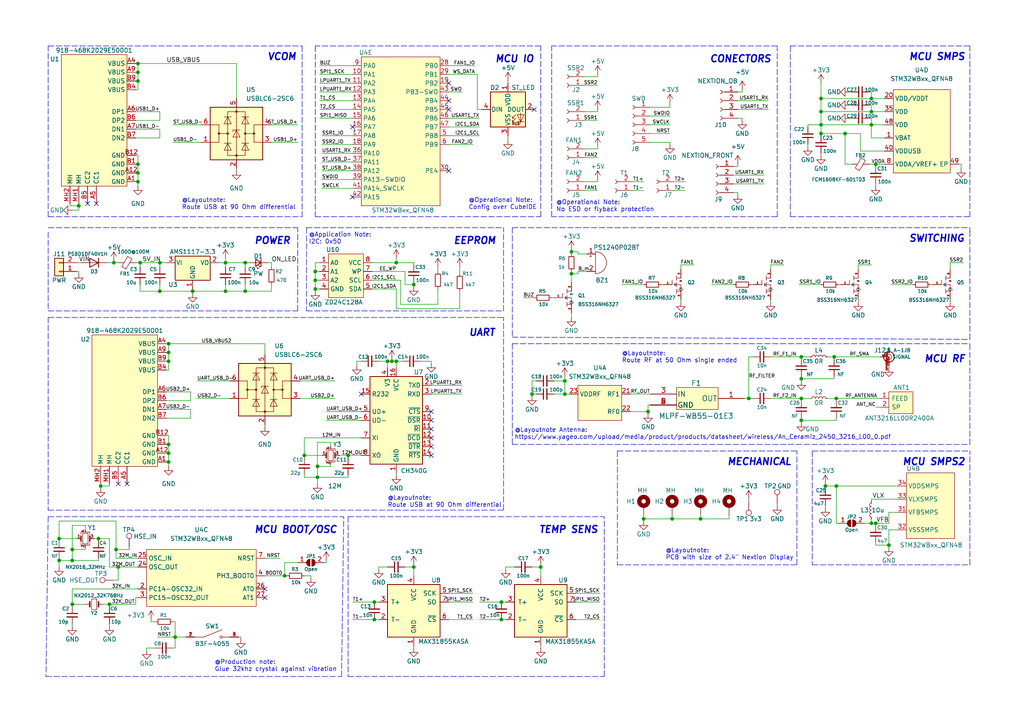
<source format=kicad_sch>
(kicad_sch (version 20211123) (generator eeschema)
  (paper "A4")
  (title_block (title "ReflowConrollerV2") (date "2022-04-21") (rev "2.0") (company "lukas-walczak@web.de") (comment 1 "STm32WB based toaster oven controller") (comment 2 "Engineer: Lukas Walczak"))
  (junction (at 40.005 23.495))
  (junction (at 17.145 162.56))
  (junction (at 29.21 140.97))
  (junction (at 40.005 47.625))
  (junction (at 145.415 179.705))
  (junction (at 114.935 76.2))
  (junction (at 82.55 167.005))
  (junction (at 238.125 28.575))
  (junction (at 22.86 59.69))
  (junction (at 232.41 115.57))
  (junction (at 120.015 164.465))
  (junction (at 203.2 150.495))
  (junction (at 254 151.765))
  (junction (at 40.005 52.705))
  (junction (at 40.64 76.2))
  (junction (at 239.395 140.97))
  (junction (at 112.395 104.775))
  (junction (at 40.005 18.415))
  (junction (at 120.015 82.55))
  (junction (at 252.73 32.385))
  (junction (at 238.125 32.385))
  (junction (at 252.73 151.765))
  (junction (at 48.895 104.775))
  (junction (at 163.83 110.49))
  (junction (at 238.125 36.195))
  (junction (at 91.44 81.28))
  (junction (at 48.895 131.445))
  (junction (at 88.265 132.08))
  (junction (at 50.8 184.785))
  (junction (at 108.585 179.705))
  (junction (at 145.415 174.625))
  (junction (at 113.665 104.775))
  (junction (at 48.895 102.235))
  (junction (at 245.11 38.735))
  (junction (at 114.935 104.775))
  (junction (at 65.405 76.2))
  (junction (at 46.355 76.2))
  (junction (at 40.005 20.955))
  (junction (at 154.305 114.3))
  (junction (at 33.655 159.385))
  (junction (at 48.895 133.985))
  (junction (at 238.125 38.735))
  (junction (at 187.96 119.38))
  (junction (at 40.005 50.165))
  (junction (at 91.44 83.82))
  (junction (at 31.75 175.26))
  (junction (at 252.73 28.575))
  (junction (at 186.69 150.495))
  (junction (at 232.41 121.92))
  (junction (at 165.735 73.025))
  (junction (at 48.895 99.695))
  (junction (at 34.29 164.465))
  (junction (at 108.585 174.625))
  (junction (at 194.945 150.495))
  (junction (at 20.955 175.26))
  (junction (at 65.405 84.455))
  (junction (at 92.075 138.43))
  (junction (at 92.075 135.255))
  (junction (at 232.41 109.855))
  (junction (at 71.12 84.455))
  (junction (at 232.41 103.505))
  (junction (at 242.57 140.97))
  (junction (at 252.73 36.195))
  (junction (at 241.935 103.505))
  (junction (at 17.145 156.21))
  (junction (at 55.88 84.455))
  (junction (at 48.895 128.905))
  (junction (at 46.355 84.455))
  (junction (at 217.17 115.57))
  (junction (at 242.57 115.57))
  (junction (at 71.12 76.2))
  (junction (at 100.965 132.08))
  (junction (at 20.955 159.385))
  (junction (at 28.575 156.21))
  (junction (at 91.44 78.74))
  (junction (at 165.735 79.375))
  (junction (at 257.81 158.115))
  (junction (at 156.845 164.465))
  (junction (at 33.02 76.2))
  (junction (at 163.83 114.3))
  (junction (at 254 47.625))
  (junction (at 20.955 162.56))
  (no_connect (at 27.94 59.055))
  (no_connect (at 104.775 114.3))
  (no_connect (at 154.94 31.75))
  (no_connect (at 125.095 132.08))
  (no_connect (at 125.095 129.54))
  (no_connect (at 125.095 127))
  (no_connect (at 125.095 124.46))
  (no_connect (at 125.095 121.92))
  (no_connect (at 125.095 119.38))
  (no_connect (at 25.4 59.055))
  (no_connect (at 36.83 140.335))
  (no_connect (at 34.29 140.335))
  (no_connect (at 76.835 173.355))
  (no_connect (at 76.835 170.815))
  (no_connect (at 130.175 49.53))
  (no_connect (at 102.235 57.15))
  (no_connect (at 130.175 29.21))
  (no_connect (at 130.175 24.13))
  (no_connect (at 102.235 36.83))
  (no_connect (at 130.175 31.75))
  (wire (pts (xy 98.425 132.08) (xy 100.965 132.08)))
  (wire (pts (xy 116.205 88.265) (xy 116.205 81.28)))
  (wire (pts (xy 254 151.765) (xy 254 152.4)))
  (wire (pts (xy 29.21 140.97) (xy 29.21 141.605)))
  (wire (pts (xy 50.8 187.96) (xy 50.165 187.96)))
  (wire (pts (xy 275.59 86.995) (xy 275.59 87.63)))
  (wire (pts (xy 31.75 175.26) (xy 39.37 175.26)))
  (wire (pts (xy 91.44 78.74) (xy 91.44 81.28)))
  (wire (pts (xy 37.465 159.385) (xy 33.655 159.385)))
  (polyline (pts (xy 87.63 13.335) (xy 87.63 62.865)))
  (wire (pts (xy 39.37 76.2) (xy 40.64 76.2)))
  (wire (pts (xy 206.375 82.55) (xy 212.725 82.55)))
  (wire (pts (xy 29.845 175.26) (xy 31.75 175.26)))
  (wire (pts (xy 165.735 90.805) (xy 165.735 92.075)))
  (wire (pts (xy 50.8 184.785) (xy 45.72 184.785)))
  (wire (pts (xy 234.315 36.83) (xy 234.315 36.195)))
  (wire (pts (xy 167.64 78.74) (xy 170.18 78.74)))
  (wire (pts (xy 76.835 161.925) (xy 81.28 161.925)))
  (wire (pts (xy 93.345 44.45) (xy 102.235 44.45)))
  (wire (pts (xy 254 47.625) (xy 256.54 47.625)))
  (wire (pts (xy 91.44 83.82) (xy 92.71 83.82)))
  (wire (pts (xy 63.5 76.2) (xy 65.405 76.2)))
  (wire (pts (xy 248.92 86.995) (xy 248.92 87.63)))
  (wire (pts (xy 76.835 167.005) (xy 82.55 167.005)))
  (wire (pts (xy 93.345 54.61) (xy 102.235 54.61)))
  (wire (pts (xy 120.015 76.835) (xy 120.015 76.2)))
  (wire (pts (xy 257.81 153.67) (xy 260.35 153.67)))
  (wire (pts (xy 88.265 127) (xy 104.775 127)))
  (wire (pts (xy 17.145 156.845) (xy 17.145 156.21)))
  (wire (pts (xy 40.64 84.455) (xy 40.64 82.55)))
  (wire (pts (xy 254 151.765) (xy 252.73 151.765)))
  (wire (pts (xy 102.235 174.625) (xy 108.585 174.625)))
  (wire (pts (xy 48.895 128.905) (xy 48.895 131.445)))
  (wire (pts (xy 188.595 33.655) (xy 194.31 33.655)))
  (wire (pts (xy 186.69 149.225) (xy 186.69 150.495)))
  (polyline (pts (xy 13.97 67.31) (xy 13.97 90.17)))
  (wire (pts (xy 252.73 40.005) (xy 252.73 36.195)))
  (wire (pts (xy 48.26 107.315) (xy 48.895 107.315)))
  (polyline (pts (xy 225.425 13.335) (xy 160.02 13.335)))
  (wire (pts (xy 95.885 128.27) (xy 92.075 128.27)))
  (wire (pts (xy 17.145 162.56) (xy 20.955 162.56)))
  (wire (pts (xy 223.52 76.835) (xy 227.33 76.835)))
  (wire (pts (xy 88.265 132.08) (xy 88.265 127)))
  (wire (pts (xy 91.44 81.28) (xy 91.44 83.82)))
  (wire (pts (xy 232.41 121.92) (xy 242.57 121.92)))
  (wire (pts (xy 102.235 179.705) (xy 108.585 179.705)))
  (wire (pts (xy 28.575 161.925) (xy 28.575 162.56)))
  (wire (pts (xy 39.37 173.355) (xy 39.37 175.26)))
  (wire (pts (xy 165.735 79.375) (xy 167.64 79.375)))
  (wire (pts (xy 258.445 82.55) (xy 264.795 82.55)))
  (wire (pts (xy 37.465 158.75) (xy 37.465 159.385)))
  (wire (pts (xy 238.125 28.575) (xy 238.125 32.385)))
  (wire (pts (xy 17.145 161.925) (xy 17.145 162.56)))
  (wire (pts (xy 20.955 170.815) (xy 40.005 170.815)))
  (polyline (pts (xy 160.02 62.865) (xy 160.02 13.335)))
  (wire (pts (xy 145.415 174.625) (xy 146.685 174.625)))
  (wire (pts (xy 40.005 23.495) (xy 40.005 26.035)))
  (wire (pts (xy 55.245 121.285) (xy 55.245 118.745)))
  (wire (pts (xy 114.935 83.82) (xy 114.935 89.535)))
  (wire (pts (xy 130.175 39.37) (xy 139.065 39.37)))
  (wire (pts (xy 232.41 109.22) (xy 232.41 109.855)))
  (wire (pts (xy 238.125 32.385) (xy 252.73 32.385)))
  (wire (pts (xy 71.12 77.47) (xy 71.12 76.2)))
  (wire (pts (xy 160.655 110.49) (xy 163.83 110.49)))
  (wire (pts (xy 100.965 132.08) (xy 104.775 132.08)))
  (wire (pts (xy 46.355 84.455) (xy 40.64 84.455)))
  (wire (pts (xy 221.615 53.34) (xy 212.725 53.34)))
  (wire (pts (xy 65.405 76.2) (xy 65.405 77.47)))
  (wire (pts (xy 120.015 164.465) (xy 120.015 167.005)))
  (wire (pts (xy 242.57 140.97) (xy 242.57 151.765)))
  (polyline (pts (xy 100.965 196.215) (xy 175.26 196.215)))
  (wire (pts (xy 40.64 76.2) (xy 46.355 76.2)))
  (wire (pts (xy 95.885 129.54) (xy 95.885 128.27)))
  (wire (pts (xy 156.845 164.465) (xy 156.845 167.005)))
  (wire (pts (xy 55.88 84.455) (xy 55.88 85.09)))
  (wire (pts (xy 127 88.265) (xy 116.205 88.265)))
  (wire (pts (xy 191.77 82.55) (xy 192.405 82.55)))
  (polyline (pts (xy 13.97 149.86) (xy 99.695 149.86)))
  (wire (pts (xy 92.71 76.2) (xy 91.44 76.2)))
  (polyline (pts (xy 148.59 62.865) (xy 156.845 62.865)))
  (wire (pts (xy 45.085 187.96) (xy 42.545 187.96)))
  (wire (pts (xy 100.965 132.08) (xy 100.965 132.715)))
  (wire (pts (xy 255.27 118.11) (xy 254 118.11)))
  (wire (pts (xy 169.545 24.765) (xy 173.355 24.765)))
  (wire (pts (xy 213.995 55.88) (xy 212.725 55.88)))
  (wire (pts (xy 88.265 167.005) (xy 90.17 167.005)))
  (wire (pts (xy 114.935 137.16) (xy 114.935 137.795)))
  (polyline (pts (xy 281.305 98.425) (xy 281.305 66.675)))
  (wire (pts (xy 93.345 46.99) (xy 102.235 46.99)))
  (wire (pts (xy 243.205 151.765) (xy 242.57 151.765)))
  (wire (pts (xy 167.005 172.085) (xy 173.99 172.085)))
  (wire (pts (xy 40.005 18.415) (xy 68.58 18.415)))
  (polyline (pts (xy 99.06 196.215) (xy 99.695 149.86)))
  (wire (pts (xy 92.71 26.67) (xy 102.235 26.67)))
  (wire (pts (xy 113.665 104.14) (xy 113.665 104.775)))
  (wire (pts (xy 31.115 76.2) (xy 33.02 76.2)))
  (wire (pts (xy 20.955 162.56) (xy 28.575 162.56)))
  (wire (pts (xy 91.44 81.28) (xy 92.71 81.28)))
  (wire (pts (xy 232.41 116.205) (xy 232.41 115.57)))
  (wire (pts (xy 215.265 26.67) (xy 213.995 26.67)))
  (wire (pts (xy 167.64 73.66) (xy 167.64 73.025)))
  (wire (pts (xy 100.965 137.795) (xy 100.965 138.43)))
  (wire (pts (xy 167.005 179.705) (xy 173.99 179.705)))
  (wire (pts (xy 114.935 89.535) (xy 133.35 89.535)))
  (wire (pts (xy 130.175 179.705) (xy 137.16 179.705)))
  (wire (pts (xy 120.015 82.55) (xy 120.015 81.915)))
  (wire (pts (xy 24.765 152.4) (xy 20.955 152.4)))
  (wire (pts (xy 130.175 172.085) (xy 137.16 172.085)))
  (wire (pts (xy 82.55 163.195) (xy 86.36 163.195)))
  (wire (pts (xy 257.81 158.115) (xy 257.81 153.67)))
  (wire (pts (xy 27.305 156.21) (xy 28.575 156.21)))
  (wire (pts (xy 165.735 73.025) (xy 167.64 73.025)))
  (wire (pts (xy 252.095 30.48) (xy 252.73 30.48)))
  (wire (pts (xy 146.685 165.1) (xy 146.685 164.465)))
  (wire (pts (xy 28.575 156.21) (xy 31.75 156.21)))
  (wire (pts (xy 163.83 109.22) (xy 163.83 110.49)))
  (wire (pts (xy 20.32 59.69) (xy 20.32 59.055)))
  (wire (pts (xy 78.74 77.47) (xy 78.74 76.2)))
  (wire (pts (xy 109.855 164.465) (xy 112.395 164.465)))
  (wire (pts (xy 241.935 103.505) (xy 255.27 103.505)))
  (wire (pts (xy 94.615 119.38) (xy 104.775 119.38)))
  (wire (pts (xy 217.17 103.505) (xy 218.44 103.505)))
  (polyline (pts (xy 235.585 130.81) (xy 235.585 163.83)))
  (wire (pts (xy 154.305 110.49) (xy 155.575 110.49)))
  (wire (pts (xy 50.8 180.34) (xy 50.8 184.785)))
  (wire (pts (xy 40.005 164.465) (xy 34.29 164.465)))
  (wire (pts (xy 240.03 115.57) (xy 242.57 115.57)))
  (wire (pts (xy 156.845 163.83) (xy 156.845 164.465)))
  (wire (pts (xy 167.005 174.625) (xy 173.99 174.625)))
  (wire (pts (xy 50.8 184.785) (xy 50.8 187.96)))
  (wire (pts (xy 31.75 140.335) (xy 31.75 140.97)))
  (wire (pts (xy 213.995 56.515) (xy 213.995 55.88)))
  (wire (pts (xy 20.955 60.96) (xy 22.86 60.96)))
  (wire (pts (xy 183.515 52.705) (xy 186.69 52.705)))
  (wire (pts (xy 50.165 180.34) (xy 50.8 180.34)))
  (wire (pts (xy 107.95 83.82) (xy 114.935 83.82)))
  (wire (pts (xy 40.005 47.625) (xy 40.005 50.165)))
  (wire (pts (xy 28.575 156.21) (xy 28.575 156.845)))
  (wire (pts (xy 39.37 23.495) (xy 40.005 23.495)))
  (wire (pts (xy 194.31 31.115) (xy 188.595 31.115)))
  (wire (pts (xy 188.595 114.3) (xy 182.88 114.3)))
  (polyline (pts (xy 13.97 62.865) (xy 87.63 62.865)))
  (wire (pts (xy 278.765 47.625) (xy 278.765 48.895)))
  (polyline (pts (xy 146.05 147.955) (xy 146.05 92.075)))
  (wire (pts (xy 39.37 37.465) (xy 46.355 37.465)))
  (wire (pts (xy 42.545 187.96) (xy 42.545 188.595)))
  (wire (pts (xy 197.485 86.995) (xy 197.485 87.63)))
  (polyline (pts (xy 229.235 13.335) (xy 229.235 62.865)))
  (wire (pts (xy 154.305 114.935) (xy 154.305 114.3)))
  (wire (pts (xy 246.38 26.67) (xy 247.015 26.67)))
  (wire (pts (xy 117.475 82.55) (xy 120.015 82.55)))
  (wire (pts (xy 221.615 50.8) (xy 212.725 50.8)))
  (wire (pts (xy 260.35 140.97) (xy 242.57 140.97)))
  (wire (pts (xy 120.015 82.55) (xy 120.015 83.185)))
  (wire (pts (xy 194.945 149.225) (xy 194.945 150.495)))
  (wire (pts (xy 245.11 38.735) (xy 238.125 38.735)))
  (wire (pts (xy 165.735 78.74) (xy 165.735 79.375)))
  (wire (pts (xy 194.31 41.91) (xy 194.31 41.275)))
  (wire (pts (xy 217.17 115.57) (xy 218.44 115.57)))
  (wire (pts (xy 94.615 121.92) (xy 104.775 121.92)))
  (wire (pts (xy 238.125 36.195) (xy 252.73 36.195)))
  (wire (pts (xy 39.37 32.385) (xy 46.355 32.385)))
  (wire (pts (xy 127 83.82) (xy 127 88.265)))
  (wire (pts (xy 103.505 104.775) (xy 104.775 104.775)))
  (wire (pts (xy 93.345 41.91) (xy 102.235 41.91)))
  (wire (pts (xy 50.165 36.195) (xy 58.42 36.195)))
  (wire (pts (xy 108.585 179.705) (xy 109.855 179.705)))
  (wire (pts (xy 130.175 19.05) (xy 137.795 19.05)))
  (wire (pts (xy 252.73 28.575) (xy 256.54 28.575)))
  (wire (pts (xy 165.735 79.375) (xy 165.735 81.915)))
  (wire (pts (xy 57.15 115.57) (xy 66.675 115.57)))
  (polyline (pts (xy 100.965 149.86) (xy 175.26 149.86)))
  (wire (pts (xy 167.64 79.375) (xy 167.64 78.74)))
  (wire (pts (xy 239.395 140.335) (xy 239.395 140.97)))
  (wire (pts (xy 55.245 116.205) (xy 55.245 113.665)))
  (wire (pts (xy 275.59 76.2) (xy 275.59 78.105)))
  (wire (pts (xy 22.86 59.69) (xy 20.32 59.69)))
  (polyline (pts (xy 148.59 97.79) (xy 281.305 98.425)))
  (polyline (pts (xy 146.05 90.17) (xy 146.05 66.04)))
  (wire (pts (xy 238.125 24.13) (xy 238.125 28.575)))
  (wire (pts (xy 130.175 36.83) (xy 139.065 36.83)))
  (wire (pts (xy 223.52 115.57) (xy 232.41 115.57)))
  (wire (pts (xy 92.075 138.43) (xy 100.965 138.43)))
  (wire (pts (xy 24.765 153.67) (xy 24.765 152.4)))
  (wire (pts (xy 48.895 126.365) (xy 48.895 128.905)))
  (wire (pts (xy 113.665 104.775) (xy 114.935 104.775)))
  (wire (pts (xy 240.03 103.505) (xy 241.935 103.505)))
  (wire (pts (xy 252.73 34.29) (xy 252.73 36.195)))
  (wire (pts (xy 33.655 159.385) (xy 33.655 161.925)))
  (wire (pts (xy 252.73 36.195) (xy 256.54 36.195)))
  (wire (pts (xy 92.075 128.27) (xy 92.075 135.255)))
  (wire (pts (xy 39.37 34.925) (xy 46.355 34.925)))
  (wire (pts (xy 92.71 31.75) (xy 102.235 31.75)))
  (wire (pts (xy 55.88 84.455) (xy 46.355 84.455)))
  (wire (pts (xy 256.54 43.815) (xy 249.555 43.815)))
  (wire (pts (xy 213.995 48.26) (xy 212.725 48.26)))
  (wire (pts (xy 114.935 106.68) (xy 114.935 104.775)))
  (wire (pts (xy 252.73 30.48) (xy 252.73 32.385)))
  (wire (pts (xy 239.395 140.97) (xy 239.395 141.605)))
  (wire (pts (xy 170.18 73.66) (xy 167.64 73.66)))
  (wire (pts (xy 215.265 34.925) (xy 215.265 34.29)))
  (wire (pts (xy 169.545 45.72) (xy 173.355 45.72)))
  (wire (pts (xy 78.74 84.455) (xy 71.12 84.455)))
  (wire (pts (xy 217.805 82.55) (xy 218.44 82.55)))
  (polyline (pts (xy 100.965 149.86) (xy 100.965 196.215)))
  (wire (pts (xy 238.125 36.195) (xy 238.125 38.735)))
  (wire (pts (xy 183.515 55.245) (xy 186.69 55.245)))
  (polyline (pts (xy 156.845 13.335) (xy 91.44 13.335)))
  (wire (pts (xy 57.15 110.49) (xy 66.675 110.49)))
  (wire (pts (xy 242.57 115.57) (xy 242.57 116.205)))
  (wire (pts (xy 107.95 76.2) (xy 114.935 76.2)))
  (wire (pts (xy 48.26 116.205) (xy 55.245 116.205)))
  (wire (pts (xy 231.775 82.55) (xy 238.125 82.55)))
  (polyline (pts (xy 13.97 92.075) (xy 13.97 147.955)))
  (wire (pts (xy 39.37 18.415) (xy 40.005 18.415)))
  (wire (pts (xy 71.12 76.2) (xy 65.405 76.2)))
  (wire (pts (xy 252.73 151.765) (xy 252.73 150.495)))
  (wire (pts (xy 92.71 29.21) (xy 102.235 29.21)))
  (polyline (pts (xy 179.07 130.81) (xy 231.14 130.81)))
  (wire (pts (xy 139.065 34.29) (xy 130.175 34.29)))
  (wire (pts (xy 275.59 76.2) (xy 279.4 76.2)))
  (wire (pts (xy 46.355 76.2) (xy 48.26 76.2)))
  (wire (pts (xy 147.32 39.37) (xy 147.32 40.64)))
  (wire (pts (xy 156.845 164.465) (xy 154.305 164.465)))
  (wire (pts (xy 248.92 76.835) (xy 252.73 76.835)))
  (wire (pts (xy 69.85 184.785) (xy 69.215 184.785)))
  (wire (pts (xy 112.395 104.775) (xy 112.395 106.68)))
  (polyline (pts (xy 231.14 163.83) (xy 231.14 130.81)))
  (wire (pts (xy 86.995 115.57) (xy 97.155 115.57)))
  (wire (pts (xy 222.885 31.75) (xy 213.995 31.75)))
  (wire (pts (xy 17.145 162.56) (xy 17.145 164.465)))
  (wire (pts (xy 121.92 104.775) (xy 125.095 104.775)))
  (wire (pts (xy 249.555 43.815) (xy 249.555 38.735)))
  (polyline (pts (xy 225.425 62.865) (xy 160.02 62.865)))
  (polyline (pts (xy 235.585 163.83) (xy 281.305 163.83)))
  (polyline (pts (xy 156.845 62.865) (xy 156.845 13.335)))
  (wire (pts (xy 169.545 32.385) (xy 173.355 32.385)))
  (wire (pts (xy 93.98 163.195) (xy 94.615 163.195)))
  (wire (pts (xy 160.655 114.3) (xy 163.83 114.3)))
  (wire (pts (xy 93.345 49.53) (xy 102.235 49.53)))
  (wire (pts (xy 114.935 76.2) (xy 120.015 76.2)))
  (wire (pts (xy 173.355 32.385) (xy 173.355 31.75)))
  (polyline (pts (xy 148.59 66.04) (xy 148.59 97.79)))
  (wire (pts (xy 252.095 47.625) (xy 254 47.625)))
  (wire (pts (xy 278.13 47.625) (xy 278.765 47.625)))
  (wire (pts (xy 82.55 167.005) (xy 82.55 163.195)))
  (wire (pts (xy 71.12 76.2) (xy 72.39 76.2)))
  (wire (pts (xy 40.005 50.165) (xy 40.005 52.705)))
  (wire (pts (xy 20.955 159.385) (xy 20.955 162.56)))
  (wire (pts (xy 48.26 118.745) (xy 55.245 118.745)))
  (wire (pts (xy 173.355 52.705) (xy 173.355 52.07)))
  (wire (pts (xy 232.41 109.855) (xy 232.41 110.49)))
  (wire (pts (xy 188.595 38.735) (xy 194.31 38.735)))
  (wire (pts (xy 39.37 45.085) (xy 40.005 45.085)))
  (wire (pts (xy 55.88 83.82) (xy 55.88 84.455)))
  (wire (pts (xy 252.73 145.415) (xy 252.73 144.78)))
  (wire (pts (xy 107.95 78.74) (xy 117.475 78.74)))
  (wire (pts (xy 92.075 135.255) (xy 95.885 135.255)))
  (wire (pts (xy 22.225 78.74) (xy 22.86 78.74)))
  (wire (pts (xy 31.75 140.97) (xy 29.21 140.97)))
  (wire (pts (xy 163.83 110.49) (xy 163.83 114.3)))
  (wire (pts (xy 78.74 76.2) (xy 77.47 76.2)))
  (wire (pts (xy 40.005 53.975) (xy 40.005 52.705)))
  (polyline (pts (xy 148.59 128.905) (xy 281.305 128.905)))
  (wire (pts (xy 250.825 151.765) (xy 252.73 151.765)))
  (wire (pts (xy 40.005 45.085) (xy 40.005 47.625)))
  (wire (pts (xy 39.37 40.005) (xy 46.355 40.005)))
  (wire (pts (xy 78.74 82.55) (xy 78.74 84.455)))
  (wire (pts (xy 68.58 18.415) (xy 68.58 28.575)))
  (wire (pts (xy 33.655 151.13) (xy 33.655 159.385)))
  (wire (pts (xy 103.505 104.775) (xy 103.505 106.045)))
  (wire (pts (xy 55.88 84.455) (xy 65.405 84.455)))
  (wire (pts (xy 257.81 151.765) (xy 254 151.765)))
  (wire (pts (xy 22.86 60.96) (xy 22.86 59.69)))
  (wire (pts (xy 246.38 34.29) (xy 247.015 34.29)))
  (wire (pts (xy 20.955 159.385) (xy 24.765 159.385)))
  (polyline (pts (xy 281.305 62.865) (xy 281.305 13.335)))
  (wire (pts (xy 92.71 21.59) (xy 102.235 21.59)))
  (wire (pts (xy 33.02 168.275) (xy 34.29 168.275)))
  (wire (pts (xy 145.415 179.705) (xy 146.685 179.705)))
  (wire (pts (xy 48.26 102.235) (xy 48.895 102.235)))
  (wire (pts (xy 257.81 106.045) (xy 257.81 106.68)))
  (wire (pts (xy 93.345 52.07) (xy 102.235 52.07)))
  (wire (pts (xy 78.74 41.275) (xy 86.36 41.275)))
  (wire (pts (xy 34.29 168.275) (xy 34.29 164.465)))
  (wire (pts (xy 241.935 103.505) (xy 241.935 104.14)))
  (wire (pts (xy 46.355 82.55) (xy 46.355 84.455)))
  (wire (pts (xy 48.26 113.665) (xy 55.245 113.665)))
  (wire (pts (xy 48.895 102.235) (xy 48.895 99.695)))
  (wire (pts (xy 187.96 120.015) (xy 187.96 119.38)))
  (wire (pts (xy 254 158.115) (xy 257.81 158.115)))
  (wire (pts (xy 108.585 174.625) (xy 109.855 174.625)))
  (wire (pts (xy 163.83 114.3) (xy 165.1 114.3)))
  (wire (pts (xy 197.485 76.835) (xy 201.295 76.835)))
  (polyline (pts (xy 175.26 196.215) (xy 175.26 149.86)))
  (polyline (pts (xy 235.585 130.81) (xy 281.305 130.81)))
  (wire (pts (xy 242.57 115.57) (xy 255.27 115.57)))
  (wire (pts (xy 20.955 180.975) (xy 20.955 181.61)))
  (wire (pts (xy 215.265 34.29) (xy 213.995 34.29)))
  (wire (pts (xy 252.73 32.385) (xy 256.54 32.385)))
  (polyline (pts (xy 13.97 66.04) (xy 85.725 66.04)))
  (wire (pts (xy 107.95 81.28) (xy 116.205 81.28)))
  (wire (pts (xy 48.26 126.365) (xy 48.895 126.365)))
  (wire (pts (xy 256.54 40.005) (xy 252.73 40.005)))
  (wire (pts (xy 232.41 103.505) (xy 234.95 103.505)))
  (wire (pts (xy 82.55 167.005) (xy 83.185 167.005)))
  (polyline (pts (xy 86.36 90.17) (xy 86.36 66.04)))
  (wire (pts (xy 232.41 103.505) (xy 232.41 104.14)))
  (wire (pts (xy 78.74 36.195) (xy 86.36 36.195)))
  (wire (pts (xy 234.315 41.91) (xy 234.315 42.545)))
  (wire (pts (xy 169.545 55.245) (xy 173.355 55.245)))
  (wire (pts (xy 203.2 149.225) (xy 203.2 150.495)))
  (wire (pts (xy 109.855 165.1) (xy 109.855 164.465)))
  (wire (pts (xy 22.225 76.2) (xy 23.495 76.2)))
  (wire (pts (xy 133.35 77.47) (xy 133.35 79.375)))
  (wire (pts (xy 252.095 34.29) (xy 252.73 34.29)))
  (wire (pts (xy 33.655 161.925) (xy 40.005 161.925)))
  (polyline (pts (xy 13.97 92.075) (xy 146.05 92.075)))
  (wire (pts (xy 33.02 76.2) (xy 34.29 76.2)))
  (wire (pts (xy 93.345 39.37) (xy 102.235 39.37)))
  (wire (pts (xy 88.265 132.08) (xy 93.345 132.08)))
  (wire (pts (xy 225.425 146.05) (xy 225.425 146.685)))
  (wire (pts (xy 17.145 156.21) (xy 22.225 156.21)))
  (polyline (pts (xy 86.36 66.04) (xy 85.725 66.04)))
  (wire (pts (xy 114.935 104.775) (xy 116.84 104.775)))
  (wire (pts (xy 232.41 115.57) (xy 234.95 115.57)))
  (wire (pts (xy 65.405 74.93) (xy 65.405 76.2)))
  (polyline (pts (xy 91.44 62.865) (xy 149.225 62.865)))
  (wire (pts (xy 39.37 47.625) (xy 40.005 47.625)))
  (wire (pts (xy 31.75 175.26) (xy 31.75 175.895)))
  (wire (pts (xy 238.125 38.735) (xy 238.125 39.37)))
  (wire (pts (xy 151.765 86.36) (xy 154.94 86.36)))
  (wire (pts (xy 194.945 150.495) (xy 203.2 150.495)))
  (wire (pts (xy 197.485 78.105) (xy 197.485 76.835)))
  (wire (pts (xy 188.595 36.195) (xy 194.31 36.195)))
  (polyline (pts (xy 281.305 163.83) (xy 281.305 130.81)))
  (polyline (pts (xy 281.305 66.04) (xy 281.305 67.31)))
  (wire (pts (xy 215.9 115.57) (xy 217.17 115.57)))
  (wire (pts (xy 20.955 175.26) (xy 24.765 175.26)))
  (wire (pts (xy 20.955 175.26) (xy 20.955 175.895)))
  (wire (pts (xy 46.355 34.925) (xy 46.355 32.385)))
  (wire (pts (xy 88.265 138.43) (xy 92.075 138.43)))
  (polyline (pts (xy 13.97 149.86) (xy 13.335 196.215)))
  (wire (pts (xy 248.92 78.105) (xy 248.92 76.835)))
  (wire (pts (xy 46.355 77.47) (xy 46.355 76.2)))
  (wire (pts (xy 88.265 137.795) (xy 88.265 138.43)))
  (wire (pts (xy 234.315 36.195) (xy 238.125 36.195)))
  (wire (pts (xy 29.21 140.97) (xy 29.21 140.335)))
  (wire (pts (xy 43.815 179.705) (xy 43.815 180.34)))
  (wire (pts (xy 43.815 180.34) (xy 45.085 180.34)))
  (wire (pts (xy 40.005 20.955) (xy 40.005 23.495)))
  (wire (pts (xy 130.175 21.59) (xy 138.43 21.59)))
  (wire (pts (xy 239.395 146.685) (xy 239.395 147.32)))
  (wire (pts (xy 254 157.48) (xy 254 158.115)))
  (wire (pts (xy 46.355 40.005) (xy 46.355 37.465)))
  (wire (pts (xy 48.26 128.905) (xy 48.895 128.905)))
  (wire (pts (xy 22.86 78.74) (xy 22.86 79.375)))
  (wire (pts (xy 215.265 26.035) (xy 215.265 26.67)))
  (wire (pts (xy 48.26 104.775) (xy 48.895 104.775)))
  (wire (pts (xy 68.58 48.895) (xy 68.58 49.53)))
  (polyline (pts (xy 229.235 62.865) (xy 281.305 62.865)))
  (wire (pts (xy 154.305 114.3) (xy 155.575 114.3)))
  (wire (pts (xy 114.935 76.2) (xy 114.935 74.93)))
  (wire (pts (xy 245.11 47.625) (xy 247.015 47.625)))
  (polyline (pts (xy 13.97 62.865) (xy 13.97 13.335)))
  (wire (pts (xy 165.735 73.025) (xy 165.735 73.66)))
  (wire (pts (xy 223.52 78.105) (xy 223.52 76.835)))
  (wire (pts (xy 20.955 152.4) (xy 20.955 159.385)))
  (wire (pts (xy 120.015 187.325) (xy 120.015 187.96)))
  (wire (pts (xy 194.31 41.275) (xy 188.595 41.275)))
  (wire (pts (xy 24.765 159.385) (xy 24.765 158.75)))
  (wire (pts (xy 92.71 34.29) (xy 102.235 34.29)))
  (wire (pts (xy 187.96 117.475) (xy 187.96 119.38)))
  (polyline (pts (xy 88.9 66.04) (xy 146.05 66.04)))
  (wire (pts (xy 33.02 75.565) (xy 33.02 76.2)))
  (wire (pts (xy 195.58 52.705) (xy 198.755 52.705)))
  (polyline (pts (xy 91.44 13.335) (xy 91.44 62.865)))
  (wire (pts (xy 257.81 148.59) (xy 257.81 151.765)))
  (polyline (pts (xy 148.59 99.695) (xy 281.305 99.695)))
  (wire (pts (xy 169.545 52.705) (xy 173.355 52.705)))
  (wire (pts (xy 53.975 184.785) (xy 50.8 184.785)))
  (wire (pts (xy 186.69 150.495) (xy 186.69 151.13)))
  (polyline (pts (xy 281.305 128.905) (xy 281.305 99.695)))
  (polyline (pts (xy 179.07 130.81) (xy 179.07 163.83)))
  (wire (pts (xy 92.075 135.255) (xy 92.075 138.43)))
  (wire (pts (xy 252.73 144.78) (xy 260.35 144.78)))
  (polyline (pts (xy 88.9 66.04) (xy 88.9 90.17)))
  (wire (pts (xy 48.895 135.255) (xy 48.895 133.985)))
  (wire (pts (xy 257.81 158.75) (xy 257.81 158.115)))
  (wire (pts (xy 222.885 29.21) (xy 213.995 29.21)))
  (wire (pts (xy 146.685 164.465) (xy 149.225 164.465)))
  (wire (pts (xy 138.43 31.75) (xy 138.43 21.59)))
  (wire (pts (xy 120.015 163.83) (xy 120.015 164.465)))
  (wire (pts (xy 133.35 84.455) (xy 133.35 89.535)))
  (wire (pts (xy 40.005 20.955) (xy 40.005 18.415)))
  (wire (pts (xy 223.52 103.505) (xy 232.41 103.505)))
  (wire (pts (xy 260.35 148.59) (xy 257.81 148.59)))
  (wire (pts (xy 180.34 82.55) (xy 186.69 82.55)))
  (wire (pts (xy 48.26 131.445) (xy 48.895 131.445)))
  (wire (pts (xy 173.355 21.59) (xy 173.355 22.225)))
  (polyline (pts (xy 148.59 66.04) (xy 281.305 66.04)))
  (wire (pts (xy 156.845 187.325) (xy 156.845 187.96)))
  (wire (pts (xy 39.37 20.955) (xy 40.005 20.955)))
  (polyline (pts (xy 13.335 196.215) (xy 99.06 196.215)))
  (wire (pts (xy 139.065 179.705) (xy 145.415 179.705)))
  (wire (pts (xy 48.26 99.695) (xy 48.895 99.695)))
  (wire (pts (xy 203.2 150.495) (xy 211.455 150.495)))
  (wire (pts (xy 217.17 144.78) (xy 217.17 145.415)))
  (wire (pts (xy 154.305 114.3) (xy 154.305 110.49)))
  (wire (pts (xy 76.835 123.19) (xy 76.835 123.825)))
  (polyline (pts (xy 13.97 147.955) (xy 146.05 147.955)))
  (wire (pts (xy 169.545 43.18) (xy 173.355 43.18)))
  (wire (pts (xy 195.58 55.245) (xy 198.755 55.245)))
  (wire (pts (xy 169.545 22.225) (xy 173.355 22.225)))
  (wire (pts (xy 31.75 180.975) (xy 31.75 181.61)))
  (polyline (pts (xy 88.9 90.17) (xy 146.05 90.17)))
  (wire (pts (xy 76.835 99.695) (xy 76.835 102.87)))
  (wire (pts (xy 39.37 50.165) (xy 40.005 50.165)))
  (polyline (pts (xy 13.97 13.335) (xy 87.63 13.335)))
  (wire (pts (xy 20.955 175.26) (xy 20.955 170.815)))
  (wire (pts (xy 160.02 86.36) (xy 160.655 86.36)))
  (wire (pts (xy 91.44 76.2) (xy 91.44 78.74)))
  (wire (pts (xy 223.52 86.995) (xy 223.52 87.63)))
  (wire (pts (xy 127 77.47) (xy 127 78.74)))
  (wire (pts (xy 86.995 110.49) (xy 97.155 110.49)))
  (wire (pts (xy 31.75 164.465) (xy 31.75 156.21)))
  (wire (pts (xy 213.995 47.625) (xy 213.995 48.26)))
  (wire (pts (xy 238.125 32.385) (xy 238.125 36.195)))
  (wire (pts (xy 125.095 114.3) (xy 133.985 114.3)))
  (wire (pts (xy 243.205 82.55) (xy 243.84 82.55)))
  (wire (pts (xy 130.175 41.91) (xy 137.16 41.91)))
  (wire (pts (xy 48.895 107.315) (xy 48.895 104.775)))
  (wire (pts (xy 194.31 29.845) (xy 194.31 31.115)))
  (polyline (pts (xy 148.59 99.695) (xy 148.59 128.905)))
  (wire (pts (xy 94.615 163.195) (xy 94.615 162.56)))
  (wire (pts (xy 238.125 44.45) (xy 238.125 45.085)))
  (polyline (pts (xy 179.07 163.83) (xy 231.14 163.83)))
  (wire (pts (xy 112.395 104.775) (xy 113.665 104.775)))
  (wire (pts (xy 48.895 104.775) (xy 48.895 102.235)))
  (wire (pts (xy 246.38 30.48) (xy 247.015 30.48)))
  (wire (pts (xy 39.37 26.035) (xy 40.005 26.035)))
  (wire (pts (xy 182.88 119.38) (xy 187.96 119.38)))
  (wire (pts (xy 50.165 41.275) (xy 58.42 41.275)))
  (wire (pts (xy 109.855 104.775) (xy 112.395 104.775)))
  (wire (pts (xy 120.015 164.465) (xy 117.475 164.465)))
  (wire (pts (xy 217.17 115.57) (xy 217.17 103.505)))
  (wire (pts (xy 65.405 84.455) (xy 71.12 84.455)))
  (wire (pts (xy 130.175 26.67) (xy 133.985 26.67)))
  (wire (pts (xy 48.895 133.985) (xy 48.26 133.985)))
  (wire (pts (xy 48.895 99.695) (xy 76.835 99.695)))
  (wire (pts (xy 92.71 19.05) (xy 102.235 19.05)))
  (wire (pts (xy 249.555 38.735) (xy 245.11 38.735)))
  (wire (pts (xy 252.095 26.67) (xy 252.73 26.67)))
  (wire (pts (xy 125.095 111.76) (xy 133.985 111.76)))
  (wire (pts (xy 88.265 132.715) (xy 88.265 132.08)))
  (polyline (pts (xy 225.425 62.865) (xy 225.425 13.335)))
  (wire (pts (xy 48.26 121.285) (xy 55.245 121.285)))
  (wire (pts (xy 186.69 150.495) (xy 194.945 150.495)))
  (wire (pts (xy 125.095 105.41) (xy 125.095 104.775)))
  (wire (pts (xy 169.545 34.925) (xy 173.355 34.925)))
  (wire (pts (xy 254 47.625) (xy 254 48.26)))
  (wire (pts (xy 241.935 109.855) (xy 241.935 109.22)))
  (wire (pts (xy 254 53.34) (xy 254 53.975)))
  (wire (pts (xy 147.32 23.495) (xy 147.32 24.13)))
  (wire (pts (xy 91.44 83.82) (xy 91.44 84.455)))
  (wire (pts (xy 48.895 131.445) (xy 48.895 133.985)))
  (wire (pts (xy 232.41 109.855) (xy 241.935 109.855)))
  (wire (pts (xy 65.405 84.455) (xy 65.405 82.55)))
  (wire (pts (xy 242.57 140.97) (xy 239.395 140.97)))
  (wire (pts (xy 69.85 185.42) (xy 69.85 184.785)))
  (wire (pts (xy 238.125 28.575) (xy 252.73 28.575)))
  (wire (pts (xy 90.17 167.005) (xy 90.17 167.64)))
  (wire (pts (xy 40.64 77.47) (xy 40.64 76.2)))
  (wire (pts (xy 92.71 24.13) (xy 102.235 24.13)))
  (wire (pts (xy 188.595 117.475) (xy 187.96 117.475)))
  (wire (pts (xy 92.075 138.43) (xy 92.075 140.335)))
  (wire (pts (xy 232.41 121.92) (xy 232.41 122.555)))
  (wire (pts (xy 91.44 78.74) (xy 92.71 78.74)))
  (wire (pts (xy 211.455 150.495) (xy 211.455 149.225)))
  (wire (pts (xy 130.175 174.625) (xy 137.16 174.625)))
  (wire (pts (xy 22.86 59.055) (xy 22.86 59.69)))
  (wire (pts (xy 269.875 82.55) (xy 270.51 82.55)))
  (polyline (pts (xy 229.235 13.335) (xy 281.305 13.335)))
  (wire (pts (xy 71.12 84.455) (xy 71.12 82.55)))
  (wire (pts (xy 40.005 173.355) (xy 39.37 173.355)))
  (wire (pts (xy 242.57 121.92) (xy 242.57 121.285)))
  (wire (pts (xy 232.41 121.285) (xy 232.41 121.92)))
  (wire (pts (xy 95.885 135.255) (xy 95.885 134.62)))
  (wire (pts (xy 17.145 151.13) (xy 33.655 151.13)))
  (wire (pts (xy 173.355 43.18) (xy 173.355 42.545)))
  (wire (pts (xy 117.475 78.74) (xy 117.475 82.55)))
  (polyline (pts (xy 13.97 90.17) (xy 86.36 90.17)))
  (wire (pts (xy 138.43 31.75) (xy 139.7 31.75)))
  (wire (pts (xy 165.735 72.39) (xy 165.735 73.025)))
  (wire (pts (xy 139.065 174.625) (xy 145.415 174.625)))
  (wire (pts (xy 252.73 26.67) (xy 252.73 28.575)))
  (wire (pts (xy 17.145 156.21) (xy 17.145 151.13)))
  (wire (pts (xy 34.29 164.465) (xy 31.75 164.465)))
  (wire (pts (xy 40.005 52.705) (xy 39.37 52.705)))
  (wire (pts (xy 245.11 38.735) (xy 245.11 47.625)))
  (text "EEPROM" (at 131.445 71.12 0) (effects (font (size 2 2) (thickness 0.4) bold italic) (justify left bottom)))
  (text "MCU SMPS2" (at 261.62 135.255 0) (effects (font (size 2 2) (thickness 0.4) bold italic) (justify left bottom)))
  (text "@Operational Note:\nNo ESD or flyback protection" (at 161.29 61.595 0) (effects (font (size 1.27 1.27)) (justify left bottom)))
  (text "MECHANICAL" (at 210.82 135.255 0) (effects (font (size 2 2) (thickness 0.4) bold italic) (justify left bottom)))
  (text "@Layoutnote:\nRoute RF at 50 Ohm single ended" (at 180.34 105.41 0) (effects (font (size 1.27 1.27)) (justify left bottom)))
  (text "@Layoutnote:\nRoute USB at 90 Ohm differential" (at 52.705 60.96 0) (effects (font (size 1.27 1.27)) (justify left bottom)))
  (text "TEMP SENS" (at 156.21 154.94 0) (effects (font (size 2 2) (thickness 0.4) bold italic) (justify left bottom)))
  (text "@Layoutnote Antenna:\nhttps://www.yageo.com/upload/media/product/products/datasheet/wireless/An_Ceramiz_2450_3216_L00_0.pdf" (at 149.225 127.635 0) (effects (font (size 1.27 1.27)) (justify left bottom)))
  (text "SWITCHING" (at 263.525 70.485 0) (effects (font (size 2 2) (thickness 0.4) bold italic) (justify left bottom)))
  (text "MCU BOOT/OSC" (at 73.66 154.94 0) (effects (font (size 2 2) (thickness 0.4) bold italic) (justify left bottom)))
  (text "@Layoutnote:\nRoute USB at 90 Ohm differential" (at 112.395 147.32 0) (effects (font (size 1.27 1.27)) (justify left bottom)))
  (text "MCU IO\n" (at 143.51 18.415 0) (effects (font (size 2 2) (thickness 0.4) bold italic) (justify left bottom)))
  (text "UART" (at 135.89 97.79 0) (effects (font (size 2 2) (thickness 0.4) bold italic) (justify left bottom)))
  (text "CONECTORS" (at 205.74 18.415 0) (effects (font (size 2 2) (thickness 0.4) bold italic) (justify left bottom)))
  (text "MCU SMPS\n" (at 263.525 17.78 0) (effects (font (size 2 2) (thickness 0.4) bold italic) (justify left bottom)))
  (text "VCOM" (at 77.47 17.78 0) (effects (font (size 2 2) (thickness 0.4) bold italic) (justify left bottom)))
  (text "@Production note:\nGlue 32khz crystal against vibration" (at 62.23 194.945 0) (effects (font (size 1.27 1.27)) (justify left bottom)))
  (text "@Operational Note:\nConfig over CubeIDE" (at 135.89 60.96 0) (effects (font (size 1.27 1.27)) (justify left bottom)))
  (text "MCU RF\n" (at 267.97 105.41 0) (effects (font (size 2 2) (thickness 0.4) bold italic) (justify left bottom)))
  (text "@Layoutnote:\nPCB with size of 2.4\" Nextion Display" (at 193.04 162.56 0) (effects (font (size 1.27 1.27)) (justify left bottom)))
  (text "POWER" (at 73.66 71.12 0) (effects (font (size 2 2) (thickness 0.4) bold italic) (justify left bottom)))
  (text "@Application Note:\nI2C: 0x50\n\n" (at 89.535 73.025 0) (effects (font (size 1.27 1.27)) (justify left bottom)))
  (label "T1-" (at 186.69 55.245 180) (effects (font (size 1 1))))
  (label "SWCLK" (at 93.345 54.61 0) (effects (font (size 1 1))))
  (label "FAN1" (at 201.295 76.835 180) (effects (font (size 1 1))))
  (label "FAN2_IO" (at 206.375 82.55 0) (effects (font (size 1 1))))
  (label "USB2_D-" (at 57.15 115.57 0) (effects (font (size 1 1))))
  (label "T1-" (at 102.235 179.705 0) (effects (font (size 1 1))))
  (label "I2C1_SCL" (at 114.935 81.28 180) (effects (font (size 1 1))))
  (label "UART_USB_D-" (at 57.15 110.49 0) (effects (font (size 1 1))))
  (label "VFB" (at 257.81 151.765 180))
  (label "SWO" (at 133.985 26.67 180) (effects (font (size 1 1))))
  (label "SSR2_IO" (at 93.345 41.91 0) (effects (font (size 1 1))))
  (label "UART_USB_D+" (at 94.615 119.38 0) (effects (font (size 1 1))))
  (label "BUZ" (at 92.71 19.05 0) (effects (font (size 1 1))))
  (label "SSR1" (at 173.355 34.925 180) (effects (font (size 1 1))))
  (label "SWCLK" (at 194.31 36.195 180) (effects (font (size 1 1))))
  (label "SSR2_IO" (at 258.445 82.55 0) (effects (font (size 1 1))))
  (label "USB2_D+" (at 97.155 115.57 180) (effects (font (size 1 1))))
  (label "32M_IN" (at 34.29 161.925 0) (effects (font (size 1 1))))
  (label "SPI1_SCK" (at 92.71 21.59 0) (effects (font (size 1 1))))
  (label "USART1_TX" (at 139.065 34.29 180) (effects (font (size 1 1))))
  (label "FAN1" (at 173.355 55.245 180) (effects (font (size 1 1))))
  (label "BUZ" (at 151.765 86.36 0) (effects (font (size 1 1))))
  (label "ST_USB_D+" (at 93.345 49.53 0) (effects (font (size 1 1))))
  (label "SSR2" (at 173.355 24.765 180) (effects (font (size 1 1))))
  (label "ST_USB_D-" (at 93.345 46.99 0) (effects (font (size 1 1))))
  (label "RF_SMA" (at 246.38 103.505 0) (effects (font (size 1 1))))
  (label "VDDA" (at 252.73 47.625 0) (effects (font (size 1 1))))
  (label "RF_F2_IN" (at 224.155 115.57 0) (effects (font (size 1 1))))
  (label "RF_F1_IN" (at 224.155 103.505 0) (effects (font (size 1 1))))
  (label "SSR1_IO" (at 93.345 39.37 0) (effects (font (size 1 1))))
  (label "32K_OUT" (at 32.385 175.26 0) (effects (font (size 1 1))))
  (label "USB1_D+" (at 46.355 32.385 180) (effects (font (size 1 1))))
  (label "USB2_D-" (at 55.245 118.745 180) (effects (font (size 1 1))))
  (label "ON_LED" (at 78.74 76.2 0))
  (label "SSR2" (at 279.4 76.2 180) (effects (font (size 1 1))))
  (label "EE_WP" (at 114.935 78.74 180) (effects (font (size 1 1))))
  (label "ST_USB_D+" (at 86.36 36.195 180) (effects (font (size 1 1))))
  (label "USART1_RX" (at 221.615 50.8 180) (effects (font (size 1 1))))
  (label "USB1_D+" (at 86.36 41.275 180) (effects (font (size 1 1))))
  (label "SPI1_SCK" (at 173.99 172.085 180) (effects (font (size 1 1))))
  (label "RF_ANTENNA" (at 245.11 115.57 0) (effects (font (size 1 1))))
  (label "5V_IN" (at 41.275 76.2 0))
  (label "LPUART1_RX" (at 92.71 26.67 0) (effects (font (size 1 1))))
  (label "SPI1_MISO" (at 92.71 34.29 0) (effects (font (size 1 1))))
  (label "RF_FILTER" (at 217.17 109.855 0) (effects (font (size 1 1))))
  (label "USART1_TX" (at 221.615 53.34 180) (effects (font (size 1 1))))
  (label "USART1_RX" (at 222.885 29.21 180) (effects (font (size 1 1))))
  (label "LPUART1_RX" (at 133.985 111.76 180) (effects (font (size 1 1))))
  (label "SSR1" (at 252.73 76.835 180) (effects (font (size 1 1))))
  (label "FAN1_IO" (at 180.34 82.55 0) (effects (font (size 1 1))))
  (label "USART1_RX" (at 93.345 44.45 0) (effects (font (size 1 1))))
  (label "12M_IN" (at 93.345 127 0) (effects (font (size 1 1))))
  (label "VLX" (at 256.54 144.78 180))
  (label "NRST" (at 194.31 38.735 180) (effects (font (size 1 1))))
  (label "T2_CS" (at 173.99 179.705 180) (effects (font (size 1 1))))
  (label "FAN1_IO" (at 137.795 19.05 180) (effects (font (size 1 1))))
  (label "USB_VBUS" (at 48.26 18.415 0))
  (label "BOOT0" (at 81.915 167.005 180) (effects (font (size 1 1))))
  (label "T2_CS" (at 92.71 31.75 0) (effects (font (size 1 1))))
  (label "SWDIO" (at 93.345 52.07 0) (effects (font (size 1 1))))
  (label "T1_CS" (at 92.71 29.21 0) (effects (font (size 1 1))))
  (label "FAN2" (at 227.33 76.835 180) (effects (font (size 1 1))))
  (label "T1+" (at 102.235 174.625 0) (effects (font (size 1 1))))
  (label "USB1_D-" (at 50.165 41.275 0) (effects (font (size 1 1))))
  (label "WS_DATA" (at 137.795 21.59 180) (effects (font (size 1 1))))
  (label "VIN" (at 22.86 76.2 0))
  (label "SWDIO" (at 194.31 33.655 180) (effects (font (size 1 1))))
  (label "32M_OUT" (at 32.385 164.465 0) (effects (font (size 1 1))))
  (label "USART1_TX" (at 222.885 31.75 180) (effects (font (size 1 1))))
  (label "T1_CS" (at 137.16 179.705 180) (effects (font (size 1 1))))
  (label "SSR1_IO" (at 231.775 82.55 0) (effects (font (size 1 1))))
  (label "T2+" (at 198.755 52.705 180) (effects (font (size 1 1))))
  (label "SPI1_MISO" (at 173.99 174.625 180) (effects (font (size 1 1))))
  (label "I2C1_SCL" (at 139.065 39.37 180) (effects (font (size 1 1))))
  (label "B_m" (at 167.64 78.74 0) (effects (font (size 1 1))))
  (label "UART_USB_D-" (at 94.615 121.92 0) (effects (font (size 1 1))))
  (label "UART_USB_D+" (at 97.155 110.49 180) (effects (font (size 1 1))))
  (label "FAN2" (at 173.355 45.72 180) (effects (font (size 1 1))))
  (label "RF_OUT" (at 182.88 114.3 0) (effects (font (size 1 1))))
  (label "SPI1_MISO" (at 137.16 174.625 180) (effects (font (size 1 1))))
  (label "12M_OUT" (at 99.06 132.08 0) (effects (font (size 1 1))))
  (label "FAN2_IO" (at 137.16 41.91 180) (effects (font (size 1 1))))
  (label "T2-" (at 198.755 55.245 180) (effects (font (size 1 1))))
  (label "I2C1_SDA" (at 114.935 83.82 180) (effects (font (size 1 1))))
  (label "LPUART1_TX" (at 133.985 114.3 180) (effects (font (size 1 1))))
  (label "T2-" (at 139.065 179.705 0) (effects (font (size 1 1))))
  (label "USB_VBUS2" (at 58.42 99.695 0) (effects (font (size 1 1))))
  (label "SPI1_SCK" (at 137.16 172.085 180) (effects (font (size 1 1))))
  (label "T1+" (at 186.69 52.705 180) (effects (font (size 1 1))))
  (label "I2C1_SDA" (at 139.065 36.83 180) (effects (font (size 1 1))))
  (label "T2+" (at 139.065 174.625 0) (effects (font (size 1 1))))
  (label "LPUART1_TX" (at 92.71 24.13 0) (effects (font (size 1 1))))
  (label "USB1_D-" (at 46.355 37.465 180) (effects (font (size 1 1))))
  (label "USB2_D+" (at 55.245 113.665 180) (effects (font (size 1 1))))
  (label "ANT_NC" (at 254 118.11 180) (effects (font (size 1 1))))
  (label "32K_IN" (at 32.385 170.815 0) (effects (font (size 1 1))))
  (label "ST_USB_D-" (at 50.165 36.195 0) (effects (font (size 1 1))))
  (label "NRST" (at 45.72 184.785 0) (effects (font (size 1 1))))
  (label "NRST" (at 81.28 161.925 180) (effects (font (size 1 1))))
  (symbol (lib_id "power:GND") (at 91.44 84.455 0) (unit 1)
    (property "Reference" "#PWR070" (effects hide))
    (property "Value" "GND" (at 91.44 88.265 0))
  )
  (symbol (lib_id "Device:C_Small") (at 100.965 135.255 0) (unit 1)
    (property "Reference" "C11" (at 99.06 133.35 0) (effects (font (size 1 1))))
    (property "Value" "22p" (at 98.425 137.16 0) (effects (font (size 1 1))))
    (property "Footprint" "Capacitor_SMD:C_0402_1005Metric" (effects hide))
  )
  (symbol (lib_id "power:GND") (at 246.38 30.48 270) (unit 1)
    (property "Reference" "#PWR062" (effects hide))
    (property "Value" "GND" (at 241.935 30.48 90))
  )
  (symbol (lib_id "Device:C_Small") (at 242.57 118.745 180) (unit 1)
    (property "Reference" "C32" (at 244.475 116.84 0) (effects (font (size 1 1))))
    (property "Value" "NF" (at 244.475 120.65 0) (effects (font (size 1 1))))
    (property "Footprint" "Capacitor_SMD:C_0402_1005Metric" (effects hide))
  )
  (symbol (lib_id "Power_Protection:USBLC6-2SC6") (at 76.835 113.03 0) (unit 1)
    (property "Reference" "U6" (at 79.6037 100.33 0) (effects (justify left)))
    (property "Value" "USBLC6-2SC6" (at 79.6037 102.87 0) (effects (justify left)))
    (property "Footprint" "Package_TO_SOT_SMD:SOT-23-6" (effects hide))
    (property "Datasheet" "https://www.st.com/resource/en/datasheet/usblc6-2.pdf" (effects hide))
  )
  (symbol (lib_id "rfcV2:ZD24C128A") (at 100.33 78.74 0) (unit 1)
    (property "Reference" "U10" (at 96.52 72.39 0))
    (property "Value" "ZD24C128A" (at 99.695 87.63 0))
    (property "Footprint" "Package_SO:SOP-8_3.9x4.9mm_P1.27mm" (effects hide))
  )
  (symbol (lib_id "Connector:Conn_01x02_Female") (at 164.465 34.925 180) (unit 1)
    (property "Reference" "J3" (at 168.91 36.195 0) (effects (justify left)))
    (property "Value" "SSR1" (at 169.545 29.845 0) (effects (justify left)))
    (property "Footprint" "footprints:JST_254_2P_V" (effects hide))
  )
  (symbol (lib_id "Device:R_Small") (at 165.735 76.2 180) (unit 1)
    (property "Reference" "R6" (at 161.925 74.93 0) (effects (font (size 1 1)) (justify right)))
    (property "Value" "1k" (at 161.925 77.47 0) (effects (font (size 1 1)) (justify right)))
    (property "Footprint" "Resistor_SMD:R_0603_1608Metric" (effects hide))
  )
  (symbol (lib_id "Device:C_Small") (at 145.415 177.165 180) (unit 1)
    (property "Reference" "C16" (at 142.875 175.895 0) (effects (font (size 1 1))))
    (property "Value" "10n" (at 143.51 178.435 0) (effects (font (size 1 1))))
    (property "Footprint" "Capacitor_SMD:C_0805_2012Metric" (effects hide))
  )
  (symbol (lib_id "power:GND") (at 165.735 92.075 0) (unit 1)
    (property "Reference" "#PWR035" (effects hide))
    (property "Value" "GND" (at 165.735 95.885 0))
  )
  (symbol (lib_id "power:GND") (at 29.21 141.605 0) (unit 1)
    (property "Reference" "#PWR04" (effects hide))
    (property "Value" "GND" (at 29.21 145.415 0))
  )
  (symbol (lib_id "Device:L_Small") (at 237.49 115.57 90) (unit 1)
    (property "Reference" "L2" (at 237.49 113.665 90))
    (property "Value" "0R" (at 237.49 116.84 90))
    (property "Footprint" "Inductor_SMD:L_0402_1005Metric" (effects hide))
  )
  (symbol (lib_id "power:GND") (at 154.305 114.935 0) (unit 1)
    (property "Reference" "#PWR036" (effects hide))
    (property "Value" "GND" (at 154.305 118.745 0))
  )
  (symbol (lib_id "power:+3.3V") (at 217.17 144.78 0) (unit 1)
    (property "Reference" "#PWR051" (effects hide))
    (property "Value" "+3.3V" (at 217.17 140.97 0))
  )
  (symbol (lib_id "power:GND") (at 17.145 164.465 0) (unit 1)
    (property "Reference" "#PWR02" (effects hide))
    (property "Value" "GND" (at 17.145 168.275 0))
  )
  (symbol (lib_id "power:GND") (at 20.955 60.96 270) (unit 1)
    (property "Reference" "#PWR03" (effects hide))
    (property "Value" "GND" (at 16.51 60.96 90))
  )
  (symbol (lib_id "Device:C_Small") (at 238.125 41.91 180) (unit 1)
    (property "Reference" "C23" (at 240.03 40.005 0) (effects (font (size 1 1))))
    (property "Value" "100n" (at 240.665 43.815 0) (effects (font (size 1 1))))
    (property "Footprint" "Capacitor_SMD:C_0402_1005Metric" (effects hide))
  )
  (symbol (lib_id "Diode:1N4007") (at 27.305 76.2 180) (unit 1)
    (property "Reference" "D3" (at 27.305 78.74 0) (effects (font (size 1 1))))
    (property "Value" "PSBD1DF40V1H" (at 25.4 73.66 0) (effects (font (size 1 1))))
    (property "Footprint" "Diode_SMD:D_SOD-123F" (effects hide))
    (property "Datasheet" "http://www.vishay.com/docs/88503/1n4001.pdf" (effects hide))
  )
  (symbol (lib_id "Device:C_Small") (at 119.38 104.775 90) (unit 1)
    (property "Reference" "C14" (at 116.84 103.505 90) (effects (font (size 1 1))))
    (property "Value" "100n" (at 122.555 103.505 90) (effects (font (size 1 1))))
    (property "Footprint" "Capacitor_SMD:C_0603_1608Metric" (effects hide))
  )
  (symbol (lib_id "Device:R_Small") (at 47.625 180.34 90) (unit 1)
    (property "Reference" "R1" (at 46.355 178.435 90) (effects (font (size 1 1)) (justify right)))
    (property "Value" "10k" (at 46.355 182.245 90) (effects (font (size 1 1)) (justify right)))
    (property "Footprint" "Resistor_SMD:R_0603_1608Metric" (effects hide))
  )
  (symbol (lib_id "Interface_USB:CH340G") (at 114.935 121.92 0) (unit 1)
    (property "Reference" "U7" (at 120.015 107.95 0) (effects (justify left)))
    (property "Value" "CH340G" (at 116.205 136.525 0) (effects (justify left)))
    (property "Footprint" "Package_SO:SOIC-16_3.9x9.9mm_P1.27mm" (effects hide))
    (property "Datasheet" "http://www.datasheet5.com/pdf-local-2195953" (effects hide))
  )
  (symbol (lib_id "Device:LED_Small") (at 74.93 76.2 180) (unit 1)
    (property "Reference" "D1" (at 74.93 74.295 0))
    (property "Value" "PW" (at 74.93 79.375 0))
    (property "Footprint" "LED_SMD:LED_0603_1608Metric" (effects hide))
  )
  (symbol (lib_id "Connector:TestPoint") (at 37.465 158.75 0) (unit 1)
    (property "Reference" "TP4" (at 35.56 153.67 0) (effects (justify left)))
    (property "Value" "HSE_IN" (at 38.735 155.575 0) (effects (justify left)))
    (property "Footprint" "TestPoint:TestPoint_Pad_D1.0mm" (effects hide))
  )
  (symbol (lib_id "power:GND") (at 120.015 187.96 0) (unit 1)
    (property "Reference" "#PWR029" (effects hide))
    (property "Value" "GND" (at 120.015 191.77 0))
  )
  (symbol (lib_id "power:GND") (at 246.38 26.67 270) (unit 1)
    (property "Reference" "#PWR061" (effects hide))
    (property "Value" "GND" (at 241.935 26.67 90))
  )
  (symbol (lib_id "power:+5V") (at 33.02 75.565 0) (unit 1)
    (property "Reference" "#PWR01" (effects hide))
    (property "Value" "+5V" (at 33.02 71.755 0))
  )
  (symbol (lib_id "power:+5V") (at 173.355 42.545 0) (unit 1)
    (property "Reference" "#PWR040" (effects hide))
    (property "Value" "+5V" (at 173.355 38.735 0))
  )
  (symbol (lib_id "power:GND") (at 239.395 147.32 0) (unit 1)
    (property "Reference" "#PWR059" (effects hide))
    (property "Value" "GND" (at 239.395 151.13 0))
  )
  (symbol (lib_id "power:+3.3V") (at 94.615 162.56 0) (unit 1)
    (property "Reference" "#PWR023" (effects hide))
    (property "Value" "+3.3V" (at 94.615 158.75 0))
  )
  (symbol (lib_id "rfcV2:STM32WBxx_QFN48") (at 267.97 37.465 0) (unit 4)
    (property "Reference" "U4" (at 267.335 20.32 0))
    (property "Value" "STM32WBxx_QFN48" (at 267.335 22.86 0))
    (property "Footprint" "footprints:QFN50P700X700X60-49N" (effects hide))
  )
  (symbol (lib_id "Connector:Conn_01x02_Female") (at 164.465 55.245 180) (unit 1)
    (property "Reference" "J5" (at 168.275 56.515 0) (effects (justify left)))
    (property "Value" "FAN2" (at 168.91 50.165 0) (effects (justify left)))
    (property "Footprint" "footprints:JST_254_2P_V" (effects hide))
  )
  (symbol (lib_id "power:GND") (at 125.095 105.41 0) (unit 1)
    (property "Reference" "#PWR027" (effects hide))
    (property "Value" "GND" (at 125.095 109.22 0))
  )
  (symbol (lib_id "Device:C_Small") (at 158.115 114.3 90) (unit 1)
    (property "Reference" "C19" (at 155.575 113.03 90) (effects (font (size 1 1))))
    (property "Value" "100p" (at 161.29 113.03 90) (effects (font (size 1 1))))
    (property "Footprint" "Capacitor_SMD:C_0402_1005Metric" (effects hide))
  )
  (symbol (lib_id "power:+3.3V") (at 113.665 104.14 0) (unit 1)
    (property "Reference" "#PWR024" (effects hide))
    (property "Value" "+3.3V" (at 113.665 100.33 0))
  )
  (symbol (lib_id "power:GND") (at 278.765 48.895 0) (unit 1)
    (property "Reference" "#PWR068" (effects hide))
    (property "Value" "GND" (at 278.765 52.705 0))
  )
  (symbol (lib_id "power:GND") (at 225.425 146.685 0) (unit 1)
    (property "Reference" "#PWR054" (effects hide))
    (property "Value" "GND" (at 225.425 150.495 0))
  )
  (symbol (lib_id "Device:C_Small") (at 158.115 110.49 90) (unit 1)
    (property "Reference" "C18" (at 155.575 109.22 90) (effects (font (size 1 1))))
    (property "Value" "100n" (at 161.29 109.22 90) (effects (font (size 1 1))))
    (property "Footprint" "Capacitor_SMD:C_0402_1005Metric" (effects hide))
  )
  (symbol (lib_id "power:GND") (at 90.17 167.64 0) (unit 1)
    (property "Reference" "#PWR021" (effects hide))
    (property "Value" "GND" (at 90.17 171.45 0))
  )
  (symbol (lib_id "power:+3.3V") (at 194.31 29.845 0) (mirror y) (unit 1)
    (property "Reference" "#PWR043" (effects hide))
    (property "Value" "+3.3V" (at 194.31 26.035 0))
  )
  (symbol (lib_id "Device:R_Small") (at 85.725 167.005 90) (unit 1)
    (property "Reference" "R3" (at 84.455 165.1 90) (effects (font (size 1 1)) (justify right)))
    (property "Value" "10k" (at 84.455 168.91 90) (effects (font (size 1 1)) (justify right)))
    (property "Footprint" "Resistor_SMD:R_0402_1005Metric" (effects hide))
  )
  (symbol (lib_id "power:GND") (at 146.685 165.1 0) (unit 1)
    (property "Reference" "#PWR031" (effects hide))
    (property "Value" "GND" (at 146.685 168.91 0))
  )
  (symbol (lib_id "power:+5V") (at 173.355 31.75 0) (unit 1)
    (property "Reference" "#PWR038" (effects hide))
    (property "Value" "+5V" (at 173.355 27.94 0))
  )
  (symbol (lib_id "Connector:Conn_01x04_Female") (at 208.915 29.21 0) (mirror y) (unit 1)
    (property "Reference" "J10" (at 210.82 36.195 0) (effects (justify left)))
    (property "Value" "NEXTION_OB" (at 213.995 23.495 0) (effects (justify left)))
    (property "Footprint" "footprints:JST_254_4P_H" (effects hide))
  )
  (symbol (lib_id "power:GND") (at 194.31 41.91 0) (mirror y) (unit 1)
    (property "Reference" "#PWR044" (effects hide))
    (property "Value" "GND" (at 194.31 45.72 0))
  )
  (symbol (lib_id "power:GND") (at 232.41 122.555 0) (unit 1)
    (property "Reference" "#PWR060" (effects hide))
    (property "Value" "GND" (at 235.585 124.46 0))
  )
  (symbol (lib_id "power:GND") (at 31.75 181.61 0) (unit 1)
    (property "Reference" "#PWR06" (effects hide))
    (property "Value" "GND" (at 31.75 185.42 0))
  )
  (symbol (lib_id "MY_RF:ANT3216LL00R2400A") (at 260.985 116.84 0) (unit 1)
    (property "Reference" "ANT1" (at 259.08 112.395 0) (effects (justify left)))
    (property "Value" "ANT3216LL00R2400A" (at 250.825 121.285 0) (effects (justify left)))
    (property "Footprint" "footprints:ANT3216LL00R2400A" (effects hide))
    (property "Description" "Antennas 1W 2.4-2.5GHz ANTENNA" (effects hide))
    (property "Height" "1.35" (effects hide))
    (property "Mouser Part Number" "603-ANT3216LL00R2400" (effects hide))
    (property "Mouser Price/Stock" "https://www.mouser.co.uk/ProductDetail/PulseLarsen-Antennas/ANT3216LL00R2400A?qs=VAB4DzKv5wVywAIgVVebaA%3D%3D" (effects hide))
    (property "Manufacturer_Name" "Pulse" (effects hide))
    (property "Manufacturer_Part_Number" "ANT3216LL00R2400A" (effects hide))
  )
  (symbol (lib_id "power:+3.3V") (at 65.405 74.93 0) (unit 1)
    (property "Reference" "#PWR014" (effects hide))
    (property "Value" "+3.3V" (at 65.405 71.12 0))
  )
  (symbol (lib_id "LED:WS2812B") (at 147.32 31.75 0) (unit 1)
    (property "Reference" "D2" (at 143.51 25.4 0))
    (property "Value" "ST_LED" (at 151.765 25.4 0))
    (property "Footprint" "LED_SMD:LED_WS2812B_PLCC4_5.0x5.0mm_P3.2mm" (effects hide))
    (property "Datasheet" "https://cdn-shop.adafruit.com/datasheets/WS2812B.pdf" (effects hide))
  )
  (symbol (lib_id "rfcV2:BSS316NH6327") (at 275.59 82.55 0) (unit 1)
    (property "Reference" "Q5" (at 277.495 81.915 0) (effects (font (size 1 1)) (justify left)))
    (property "Value" "BSS316NH6327" (at 263.525 86.995 0) (effects (font (size 1 1)) (justify left)))
    (property "Footprint" "Package_TO_SOT_SMD:SOT-23" (effects hide))
  )
  (symbol (lib_id "power:GND") (at 248.92 87.63 0) (unit 1)
    (property "Reference" "#PWR064" (effects hide))
    (property "Value" "GND" (at 248.92 91.44 0))
  )
  (symbol (lib_id "TYPC:918-468K2029E50001") (at 27.94 36.195 0) (unit 1)
    (property "Reference" "U1" (at 15.875 17.145 0))
    (property "Value" "918-468K2029E50001" (at 27.305 14.605 0))
    (property "Footprint" "footprints:918-468K2029E50001" (effects hide))
  )
  (symbol (lib_id "Device:C_Small") (at 71.12 80.01 0) (mirror x) (unit 1)
    (property "Reference" "C9" (at 73.025 78.105 0) (effects (font (size 1 1))))
    (property "Value" "10u" (at 73.66 81.915 0) (effects (font (size 1 1))))
    (property "Footprint" "Capacitor_SMD:C_0603_1608Metric" (effects hide))
  )
  (symbol (lib_id "power:GND") (at 257.81 106.68 0) (unit 1)
    (property "Reference" "#PWR0102" (effects hide))
    (property "Value" "GND" (at 254.635 108.585 0))
  )
  (symbol (lib_id "Device:C_Small") (at 220.98 115.57 90) (unit 1)
    (property "Reference" "C24" (at 220.98 113.03 90) (effects (font (size 1 1))))
    (property "Value" "10n" (at 220.98 118.11 90) (effects (font (size 1 1))))
    (property "Footprint" "Capacitor_SMD:C_0402_1005Metric" (effects hide))
  )
  (symbol (lib_id "power:GND") (at 22.86 79.375 0) (unit 1)
    (property "Reference" "#PWR0101" (effects hide))
    (property "Value" "GND" (at 22.86 83.185 0))
  )
  (symbol (lib_id "power:GND") (at 232.41 110.49 0) (unit 1)
    (property "Reference" "#PWR08" (effects hide))
    (property "Value" "GND" (at 228.6 112.395 0))
  )
  (symbol (lib_id "Connector:TestPoint") (at 225.425 146.05 0) (unit 1)
    (property "Reference" "TP2" (at 221.615 140.97 0) (effects (justify left)))
    (property "Value" "GND" (at 225.425 140.97 0) (effects (justify left)))
    (property "Footprint" "TestPoint:TestPoint_Pad_D2.0mm" (effects hide))
  )
  (symbol (lib_id "power:GND") (at 55.88 85.09 0) (unit 1)
    (property "Reference" "#PWR011" (effects hide))
    (property "Value" "GND" (at 55.88 88.9 0))
  )
  (symbol (lib_id "Device:R_Small") (at 240.665 82.55 90) (unit 1)
    (property "Reference" "R9" (at 239.395 80.645 90) (effects (font (size 1 1)) (justify right)))
    (property "Value" "10k" (at 239.395 84.455 90) (effects (font (size 1 1)) (justify right)))
    (property "Footprint" "Resistor_SMD:R_0603_1608Metric" (effects hide))
  )
  (symbol (lib_id "Connector:Conn_01x02_Female") (at 164.465 24.765 180) (unit 1)
    (property "Reference" "J2" (at 168.275 26.035 0) (effects (justify left)))
    (property "Value" "SSR2" (at 169.545 19.685 0) (effects (justify left)))
    (property "Footprint" "footprints:JST_254_2P_V" (effects hide))
  )
  (symbol (lib_id "Device:C_Small") (at 249.555 30.48 270) (unit 1)
    (property "Reference" "C28" (at 247.015 29.845 90) (effects (font (size 1 1))))
    (property "Value" "100n" (at 252.73 29.845 90) (effects (font (size 1 1))))
    (property "Footprint" "Capacitor_SMD:C_0402_1005Metric" (effects hide))
  )
  (symbol (lib_id "Connector:Conn_01x02_Female") (at 178.435 55.245 180) (unit 1)
    (property "Reference" "J6" (at 182.245 56.515 0) (effects (justify left)))
    (property "Value" "T1" (at 182.245 50.165 0) (effects (justify left)))
    (property "Footprint" "footprints:JST_254_2P_V" (effects hide))
  )
  (symbol (lib_id "Device:R_Small") (at 78.74 80.01 0) (unit 1)
    (property "Reference" "R2" (at 81.915 78.74 0) (effects (font (size 1 1)) (justify right)))
    (property "Value" "470" (at 83.185 81.28 0) (effects (font (size 1 1)) (justify right)))
    (property "Footprint" "Resistor_SMD:R_0603_1608Metric" (effects hide))
  )
  (symbol (lib_id "power:+3.3V") (at 127 77.47 0) (unit 1)
    (property "Reference" "#PWR073" (effects hide))
    (property "Value" "+3.3V" (at 127 73.66 0))
  )
  (symbol (lib_id "Mechanical:MountingHole_Pad") (at 203.2 146.685 0) (unit 1)
    (property "Reference" "H3" (at 198.12 145.415 0) (effects (justify left)))
    (property "Value" "MH" (at 201.295 142.24 0) (effects (justify left)))
    (property "Footprint" "MountingHole:MountingHole_3.2mm_M3_Pad_Via" (effects hide))
  )
  (symbol (lib_id "Device:C_Small") (at 20.955 178.435 0) (unit 1)
    (property "Reference" "C2" (at 19.05 176.53 0) (effects (font (size 1 1))))
    (property "Value" "10p" (at 18.415 180.34 0) (effects (font (size 1 1))))
    (property "Footprint" "Capacitor_SMD:C_0402_1005Metric" (effects hide))
  )
  (symbol (lib_id "Device:C_Small") (at 249.555 34.29 270) (unit 1)
    (property "Reference" "C29" (at 247.015 33.655 90) (effects (font (size 1 1))))
    (property "Value" "100n" (at 252.73 33.655 90) (effects (font (size 1 1))))
    (property "Footprint" "Capacitor_SMD:C_0402_1005Metric" (effects hide))
  )
  (symbol (lib_id "Device:Crystal_Small") (at 27.305 175.26 0) (unit 1)
    (property "Reference" "Y2" (at 27.305 177.8 0) (effects (font (size 1 1))))
    (property "Value" "NX2012_32K768Hz" (at 28.575 172.72 0) (effects (font (size 1 1))))
    (property "Footprint" "Crystal:Crystal_SMD_2012-2Pin_2.0x1.2mm_HandSoldering" (effects hide))
  )
  (symbol (lib_id "power:GND") (at 223.52 87.63 0) (unit 1)
    (property "Reference" "#PWR052" (effects hide))
    (property "Value" "GND" (at 223.52 91.44 0))
  )
  (symbol (lib_id "MY_RF:MLPF-WB55-01E3") (at 201.93 115.57 0) (unit 1)
    (property "Reference" "F1" (at 201.93 111.125 0) (effects (font (size 1.524 1.524))))
    (property "Value" "MLPF-WB55-01E3" (at 201.93 120.65 0) (effects (font (size 1.524 1.524))))
    (property "Footprint" "footprints:MLPF-WB55-01E3" (effects hide))
  )
  (symbol (lib_id "power:GND") (at 42.545 188.595 0) (mirror y) (unit 1)
    (property "Reference" "#PWR012" (effects hide))
    (property "Value" "GND" (at 42.545 192.405 0))
  )
  (symbol (lib_id "Device:C_Small") (at 151.765 164.465 90) (unit 1)
    (property "Reference" "C17" (at 151.765 161.925 90) (effects (font (size 1 1))))
    (property "Value" "100n" (at 151.765 167.005 90) (effects (font (size 1 1))))
    (property "Footprint" "Capacitor_SMD:C_0603_1608Metric" (effects hide))
  )
  (symbol (lib_id "power:GND") (at 120.015 83.185 0) (unit 1)
    (property "Reference" "#PWR072" (effects hide))
    (property "Value" "GND" (at 120.015 86.995 0))
  )
  (symbol (lib_id "power:+3.3V") (at 120.015 163.83 0) (unit 1)
    (property "Reference" "#PWR028" (effects hide))
    (property "Value" "+3.3V" (at 120.015 160.02 0))
  )
  (symbol (lib_id "Device:C_Small") (at 254 50.8 180) (unit 1)
    (property "Reference" "C31" (at 255.905 48.895 0) (effects (font (size 1 1))))
    (property "Value" "100n" (at 256.54 52.705 0) (effects (font (size 1 1))))
    (property "Footprint" "Capacitor_SMD:C_0402_1005Metric" (effects hide))
  )
  (symbol (lib_id "Device:L_Small") (at 237.49 103.505 90) (unit 1)
    (property "Reference" "L4" (at 237.49 101.6 90))
    (property "Value" "0R" (at 237.49 104.775 90))
    (property "Footprint" "Inductor_SMD:L_0402_1005Metric" (effects hide))
  )
  (symbol (lib_id "power:GND") (at 234.315 42.545 0) (unit 1)
    (property "Reference" "#PWR055" (effects hide))
    (property "Value" "GND" (at 234.315 46.355 0))
  )
  (symbol (lib_id "Device:R_Small") (at 157.48 86.36 90) (unit 1)
    (property "Reference" "R5" (at 156.21 84.455 90) (effects (font (size 1 1)) (justify right)))
    (property "Value" "10k" (at 156.21 88.265 90) (effects (font (size 1 1)) (justify right)))
    (property "Footprint" "Resistor_SMD:R_0603_1608Metric" (effects hide))
  )
  (symbol (lib_id "Device:L_Small") (at 252.73 147.955 180) (unit 1)
    (property "Reference" "L3" (at 250.825 147.955 0))
    (property "Value" "10u" (at 254.635 147.955 0))
    (property "Footprint" "Inductor_SMD:L_0603_1608Metric" (effects hide))
  )
  (symbol (lib_id "power:GND") (at 48.895 135.255 0) (unit 1)
    (property "Reference" "#PWR09" (effects hide))
    (property "Value" "GND" (at 48.895 140.335 0))
  )
  (symbol (lib_id "Device:C_Small") (at 254 154.94 180) (unit 1)
    (property "Reference" "C30" (at 255.905 153.035 0) (effects (font (size 1 1))))
    (property "Value" "4u7" (at 255.905 156.845 0) (effects (font (size 1 1))))
    (property "Footprint" "Capacitor_SMD:C_0402_1005Metric" (effects hide))
  )
  (symbol (lib_id "Device:C_Small") (at 107.315 104.775 90) (unit 1)
    (property "Reference" "C12" (at 105.41 103.505 90) (effects (font (size 1 1))))
    (property "Value" "100n" (at 110.49 103.505 90) (effects (font (size 1 1))))
    (property "Footprint" "Capacitor_SMD:C_0603_1608Metric" (effects hide))
  )
  (symbol (lib_id "Regulator_Linear:AMS1117-3.3") (at 55.88 76.2 0) (unit 1)
    (property "Reference" "U3" (at 50.165 82.55 0))
    (property "Value" "AMS1117-3.3" (at 55.88 73.025 0))
    (property "Footprint" "Package_TO_SOT_SMD:SOT-223-3_TabPin2" (effects hide))
    (property "Datasheet" "http://www.advanced-monolithic.com/pdf/ds1117.pdf" (effects hide))
  )
  (symbol (lib_id "Sensor_Temperature:MAX31855KASA") (at 156.845 177.165 0) (unit 1)
    (property "Reference" "U9" (at 161.925 168.275 0) (effects (justify left)))
    (property "Value" "MAX31855KASA" (at 158.115 186.055 0) (effects (justify left)))
    (property "Footprint" "Package_SO:SOIC-8_3.9x4.9mm_P1.27mm" (effects hide))
    (property "Datasheet" "http://datasheets.maximintegrated.com/en/ds/MAX31855.pdf" (effects hide))
  )
  (symbol (lib_id "Device:FerriteBead_Small") (at 36.83 76.2 90) (unit 1)
    (property "Reference" "FB1" (at 36.195 79.375 90) (effects (font (size 1 1))))
    (property "Value" "100O@100M" (at 38.735 73.025 90) (effects (font (size 1 1))))
    (property "Footprint" "Inductor_SMD:L_0603_1608Metric" (effects hide))
  )
  (symbol (lib_id "Jumper:SolderJumper_2_Open") (at 247.015 151.765 0) (unit 1)
    (property "Reference" "JP2" (at 247.015 149.86 0) (effects (font (size 1 1))))
    (property "Value" "Open" (at 247.015 153.67 0) (effects (font (size 1 1))))
    (property "Footprint" "Resistor_SMD:R_0603_1608Metric" (effects hide))
  )
  (symbol (lib_id "Device:C_Small") (at 232.41 118.745 180) (unit 1)
    (property "Reference" "C26" (at 230.505 116.84 0) (effects (font (size 1 1))))
    (property "Value" "NF" (at 230.505 120.65 0) (effects (font (size 1 1))))
    (property "Footprint" "Capacitor_SMD:C_0402_1005Metric" (effects hide))
  )
  (symbol (lib_id "power:+3.3V") (at 133.35 77.47 0) (unit 1)
    (property "Reference" "#PWR074" (effects hide))
    (property "Value" "+3.3V" (at 133.35 73.66 0))
  )
  (symbol (lib_id "Mechanical:MountingHole_Pad") (at 211.455 146.685 0) (unit 1)
    (property "Reference" "H4" (at 206.375 145.415 0) (effects (justify left)))
    (property "Value" "MH" (at 209.55 142.24 0) (effects (justify left)))
    (property "Footprint" "MountingHole:MountingHole_3.2mm_M3_Pad_Via" (effects hide))
  )
  (symbol (lib_id "Device:R_Small") (at 267.335 82.55 90) (unit 1)
    (property "Reference" "R10" (at 266.065 80.645 90) (effects (font (size 1 1)) (justify right)))
    (property "Value" "10k" (at 266.065 84.455 90) (effects (font (size 1 1)) (justify right)))
    (property "Footprint" "Resistor_SMD:R_0603_1608Metric" (effects hide))
  )
  (symbol (lib_id "Mechanical:MountingHole_Pad") (at 186.69 146.685 0) (unit 1)
    (property "Reference" "H1" (at 181.61 145.415 0) (effects (justify left)))
    (property "Value" "MH" (at 184.785 142.24 0) (effects (justify left)))
    (property "Footprint" "MountingHole:MountingHole_3.2mm_M3_Pad_Via" (effects hide))
  )
  (symbol (lib_id "Device:C_Small") (at 108.585 177.165 180) (unit 1)
    (property "Reference" "C13" (at 106.045 175.895 0) (effects (font (size 1 1))))
    (property "Value" "10n" (at 106.68 178.435 0) (effects (font (size 1 1))))
    (property "Footprint" "Capacitor_SMD:C_0805_2012Metric" (effects hide))
  )
  (symbol (lib_id "power:GND") (at 257.81 158.75 0) (unit 1)
    (property "Reference" "#PWR066" (effects hide))
    (property "Value" "GND" (at 257.81 162.56 0))
  )
  (symbol (lib_id "power:GND") (at 254 53.975 0) (unit 1)
    (property "Reference" "#PWR065" (effects hide))
    (property "Value" "GND" (at 254 57.785 0))
  )
  (symbol (lib_id "power:GND") (at 103.505 106.045 0) (unit 1)
    (property "Reference" "#PWR022" (effects hide))
    (property "Value" "GND" (at 103.505 109.855 0))
  )
  (symbol (lib_id "rfcV2:STM32WBxx_QFN48") (at 173.99 116.84 0) (unit 1)
    (property "Reference" "U4" (at 173.99 106.68 0))
    (property "Value" "STM32WBxx_QFN48" (at 173.99 109.22 0))
    (property "Footprint" "footprints:QFN50P700X700X60-49N" (effects hide))
  )
  (symbol (lib_id "power:GND") (at 197.485 87.63 0) (unit 1)
    (property "Reference" "#PWR045" (effects hide))
    (property "Value" "GND" (at 197.485 91.44 0))
  )
  (symbol (lib_id "Device:Crystal_GND24_Small") (at 95.885 132.08 0) (unit 1)
    (property "Reference" "Y3" (at 97.79 128.905 0))
    (property "Value" "12M" (at 97.155 140.97 0))
    (property "Footprint" "Crystal:Crystal_SMD_3225-4Pin_3.2x2.5mm" (effects hide))
  )
  (symbol (lib_id "power:GND") (at 147.32 40.64 0) (unit 1)
    (property "Reference" "#PWR030" (effects hide))
    (property "Value" "GND" (at 147.32 44.45 0))
  )
  (symbol (lib_id "Device:R_Small") (at 133.35 81.915 0) (unit 1)
    (property "Reference" "R11" (at 137.16 79.375 0) (effects (font (size 1 1)) (justify right)))
    (property "Value" "4k7" (at 137.795 82.55 0) (effects (font (size 1 1)) (justify right)))
    (property "Footprint" "Resistor_SMD:R_0603_1608Metric" (effects hide))
  )
  (symbol (lib_id "Connector:TestPoint") (at 217.17 145.415 180) (unit 1)
    (property "Reference" "TP1" (at 217.17 150.495 0) (effects (justify left)))
    (property "Value" "3v3" (at 220.98 150.495 0) (effects (justify left)))
    (property "Footprint" "TestPoint:TestPoint_Pad_D2.0mm" (effects hide))
  )
  (symbol (lib_id "Sensor_Temperature:MAX31855KASA") (at 120.015 177.165 0) (unit 1)
    (property "Reference" "U8" (at 125.095 168.275 0) (effects (justify left)))
    (property "Value" "MAX31855KASA" (at 121.285 186.055 0) (effects (justify left)))
    (property "Footprint" "Package_SO:SOIC-8_3.9x4.9mm_P1.27mm" (effects hide))
    (property "Datasheet" "http://datasheets.maximintegrated.com/en/ds/MAX31855.pdf" (effects hide))
  )
  (symbol (lib_id "power:+3.3V") (at 238.125 24.13 0) (unit 1)
    (property "Reference" "#PWR056" (effects hide))
    (property "Value" "+3.3V" (at 238.125 20.32 0))
  )
  (symbol (lib_id "rfcV2:BSS316NH6327") (at 165.735 86.36 0) (unit 1)
    (property "Reference" "Q1" (at 167.64 85.725 0) (effects (font (size 1 1)) (justify left)))
    (property "Value" "BSS316NH6327" (at 167.64 88.265 0) (effects (font (size 1 1)) (justify left)))
    (property "Footprint" "Package_TO_SOT_SMD:SOT-23" (effects hide))
  )
  (symbol (lib_id "power:GND") (at 109.855 165.1 0) (unit 1)
    (property "Reference" "#PWR026" (effects hide))
    (property "Value" "GND" (at 109.855 168.91 0))
  )
  (symbol (lib_id "power:GND") (at 186.69 151.13 0) (unit 1)
    (property "Reference" "#PWR042" (effects hide))
    (property "Value" "GND" (at 186.69 154.94 0))
  )
  (symbol (lib_id "rfcV2:BSS316NH6327") (at 197.485 82.55 0) (unit 1)
    (property "Reference" "Q2" (at 199.39 81.915 0) (effects (font (size 1 1)) (justify left)))
    (property "Value" "BSS316NH6327" (at 184.15 86.36 0) (effects (font (size 1 1)) (justify left)))
    (property "Footprint" "Package_TO_SOT_SMD:SOT-23" (effects hide))
  )
  (symbol (lib_id "power:+5V") (at 173.355 21.59 0) (unit 1)
    (property "Reference" "#PWR037" (effects hide))
    (property "Value" "+5V" (at 173.355 17.78 0))
  )
  (symbol (lib_id "power:+5V") (at 173.355 52.07 0) (unit 1)
    (property "Reference" "#PWR041" (effects hide))
    (property "Value" "+5V" (at 173.355 48.26 0))
  )
  (symbol (lib_id "Device:C_Small") (at 31.75 178.435 0) (unit 1)
    (property "Reference" "C6" (at 33.02 176.53 0) (effects (font (size 1 1))))
    (property "Value" "10p" (at 33.655 180.34 0) (effects (font (size 1 1))))
    (property "Footprint" "Capacitor_SMD:C_0402_1005Metric" (effects hide))
  )
  (symbol (lib_id "power:GND") (at 275.59 87.63 0) (unit 1)
    (property "Reference" "#PWR067" (effects hide))
    (property "Value" "GND" (at 275.59 91.44 0))
  )
  (symbol (lib_id "MY_SW:B3F-4055") (at 61.595 184.785 0) (unit 1)
    (property "Reference" "SW1" (at 61.595 181.61 0))
    (property "Value" "B3F-4055" (at 61.595 186.69 0))
    (property "Footprint" "footprints:SW_B3F-4055" (effects hide))
    (property "STANDARD" "Manufacturer Recommendations" (effects hide))
    (property "MAXIMUM_PACKAGE_HEIGHT" "7.5 mm" (effects hide))
    (property "MANUFACTURER" "Omron Electronics" (effects hide))
    (property "PARTREV" "A070-E1-08" (effects hide))
  )
  (symbol (lib_id "Device:C_Small") (at 241.935 106.68 180) (unit 1)
    (property "Reference" "C36" (at 243.84 104.775 0) (effects (font (size 1 1))))
    (property "Value" "NF" (at 243.84 108.585 0) (effects (font (size 1 1))))
    (property "Footprint" "Capacitor_SMD:C_0402_1005Metric" (effects hide))
  )
  (symbol (lib_id "Device:C_Small") (at 234.315 39.37 180) (unit 1)
    (property "Reference" "C22" (at 231.775 37.465 0) (effects (font (size 1 1))))
    (property "Value" "100n" (at 231.775 41.275 0) (effects (font (size 1 1))))
    (property "Footprint" "Capacitor_SMD:C_0402_1005Metric" (effects hide))
  )
  (symbol (lib_id "power:+3.3V") (at 239.395 140.335 0) (unit 1)
    (property "Reference" "#PWR058" (effects hide))
    (property "Value" "+3.3V" (at 239.395 136.525 0))
  )
  (symbol (lib_id "power:GND") (at 68.58 49.53 0) (unit 1)
    (property "Reference" "#PWR016" (effects hide))
    (property "Value" "GND" (at 68.58 54.61 0))
  )
  (symbol (lib_id "Device:C_Small") (at 249.555 26.67 270) (unit 1)
    (property "Reference" "C27" (at 247.015 26.035 90) (effects (font (size 1 1))))
    (property "Value" "100n" (at 252.73 26.035 90) (effects (font (size 1 1))))
    (property "Footprint" "Capacitor_SMD:C_0402_1005Metric" (effects hide))
  )
  (symbol (lib_id "Device:C_Small") (at 46.355 80.01 180) (unit 1)
    (property "Reference" "C5" (at 44.45 78.105 0) (effects (font (size 1 1))))
    (property "Value" "100n" (at 43.815 81.915 0) (effects (font (size 1 1))))
    (property "Footprint" "Capacitor_SMD:C_0603_1608Metric" (effects hide))
  )
  (symbol (lib_id "Connector:Conn_01x02_Female") (at 190.5 55.245 180) (unit 1)
    (property "Reference" "J7" (at 194.945 56.515 0) (effects (justify left)))
    (property "Value" "T2" (at 194.31 50.165 0) (effects (justify left)))
    (property "Footprint" "footprints:JST_254_2P_V" (effects hide))
  )
  (symbol (lib_id "power:GND") (at 238.125 45.085 0) (unit 1)
    (property "Reference" "#PWR057" (effects hide))
    (property "Value" "GND" (at 238.125 48.895 0))
  )
  (symbol (lib_id "Device:C_Small") (at 47.625 187.96 90) (mirror x) (unit 1)
    (property "Reference" "C8" (at 45.72 186.69 90) (effects (font (size 1 1))))
    (property "Value" "100n" (at 47.625 190.5 90) (effects (font (size 1 1))))
    (property "Footprint" "Capacitor_SMD:C_0603_1608Metric" (effects hide))
  )
  (symbol (lib_id "power:GND") (at 40.005 53.975 0) (unit 1)
    (property "Reference" "#PWR07" (effects hide))
    (property "Value" "GND" (at 40.005 59.055 0))
  )
  (symbol (lib_id "power:GND") (at 114.935 137.795 0) (unit 1)
    (property "Reference" "#PWR025" (effects hide))
    (property "Value" "GND" (at 114.935 141.605 0))
  )
  (symbol (lib_id "power:GND") (at 246.38 34.29 270) (unit 1)
    (property "Reference" "#PWR063" (effects hide))
    (property "Value" "GND" (at 241.935 34.29 90))
  )
  (symbol (lib_id "Device:C_Small") (at 220.98 103.505 90) (unit 1)
    (property "Reference" "C34" (at 220.98 100.965 90) (effects (font (size 1 1))))
    (property "Value" "10n" (at 220.98 106.045 90) (effects (font (size 1 1))))
    (property "Footprint" "Capacitor_SMD:C_0402_1005Metric" (effects hide))
  )
  (symbol (lib_id "Device:C_Small") (at 232.41 106.68 180) (unit 1)
    (property "Reference" "C35" (at 234.315 104.775 0) (effects (font (size 1 1))))
    (property "Value" "NF" (at 234.95 108.585 0) (effects (font (size 1 1))))
    (property "Footprint" "Capacitor_SMD:C_0402_1005Metric" (effects hide))
  )
  (symbol (lib_id "power:GND") (at 213.995 56.515 0) (mirror y) (unit 1)
    (property "Reference" "#PWR048" (effects hide))
    (property "Value" "GND" (at 213.995 60.325 0))
  )
  (symbol (lib_id "power:GND") (at 92.075 140.335 0) (unit 1)
    (property "Reference" "#PWR020" (effects hide))
    (property "Value" "GND" (at 92.075 144.145 0))
  )
  (symbol (lib_id "rfcV2:STM32WBxx_QFN48") (at 59.055 167.005 0) (unit 3)
    (property "Reference" "U4" (at 58.42 153.67 0))
    (property "Value" "STM32WBxx_QFN48" (at 58.42 156.21 0))
    (property "Footprint" "footprints:QFN50P700X700X60-49N" (effects hide))
  )
  (symbol (lib_id "Device:C_Small") (at 28.575 159.385 0) (unit 1)
    (property "Reference" "C4" (at 29.845 157.48 0) (effects (font (size 1 1))))
    (property "Value" "NF" (at 29.845 161.29 0) (effects (font (size 1 1))))
    (property "Footprint" "Capacitor_SMD:C_0402_1005Metric" (effects hide))
  )
  (symbol (lib_id "Device:C_Small") (at 40.64 80.01 180) (unit 1)
    (property "Reference" "C3" (at 38.735 78.105 0) (effects (font (size 1 1))))
    (property "Value" "10u" (at 38.1 81.915 0) (effects (font (size 1 1))))
    (property "Footprint" "Capacitor_SMD:C_0603_1608Metric" (effects hide))
  )
  (symbol (lib_id "TYPC:918-468K2029E50001") (at 36.83 117.475 0) (unit 1)
    (property "Reference" "U2" (at 24.765 98.425 0))
    (property "Value" "918-468K2029E50001" (at 36.195 95.885 0))
    (property "Footprint" "footprints:918-468K2029E50001" (effects hide))
  )
  (symbol (lib_id "Power_Protection:USBLC6-2SC6") (at 68.58 38.735 0) (unit 1)
    (property "Reference" "U5" (at 71.3487 26.035 0) (effects (justify left)))
    (property "Value" "USBLC6-2SC6" (at 71.3487 28.575 0) (effects (justify left)))
    (property "Footprint" "Package_TO_SOT_SMD:SOT-23-6" (effects hide))
    (property "Datasheet" "https://www.st.com/resource/en/datasheet/usblc6-2.pdf" (effects hide))
  )
  (symbol (lib_id "power:+3.3V") (at 165.735 72.39 0) (unit 1)
    (property "Reference" "#PWR034" (effects hide))
    (property "Value" "+3.3V" (at 165.735 68.58 0))
  )
  (symbol (lib_id "Mechanical:MountingHole_Pad") (at 194.945 146.685 0) (unit 1)
    (property "Reference" "H2" (at 189.865 145.415 0) (effects (justify left)))
    (property "Value" "MH" (at 193.04 142.24 0) (effects (justify left)))
    (property "Footprint" "MountingHole:MountingHole_3.2mm_M3_Pad_Via" (effects hide))
  )
  (symbol (lib_id "Device:C_Small") (at 239.395 144.145 180) (unit 1)
    (property "Reference" "C25" (at 238.125 142.24 0) (effects (font (size 1 1))))
    (property "Value" "4u7" (at 237.49 146.05 0) (effects (font (size 1 1))))
    (property "Footprint" "Capacitor_SMD:C_0402_1005Metric" (effects hide))
  )
  (symbol (lib_id "rfcV2:STM32WBxx_QFN48") (at 269.24 147.32 0) (unit 2)
    (property "Reference" "U4" (at 262.89 135.89 0) (effects (justify left)))
    (property "Value" "STM32WBxx_QFN48" (at 260.985 158.115 0) (effects (justify left)))
    (property "Footprint" "footprints:QFN50P700X700X60-49N" (effects hide))
  )
  (symbol (lib_id "Device:C_Small") (at 65.405 80.01 0) (mirror x) (unit 1)
    (property "Reference" "C7" (at 67.31 78.105 0) (effects (font (size 1 1))))
    (property "Value" "100n" (at 67.945 81.915 0) (effects (font (size 1 1))))
    (property "Footprint" "Capacitor_SMD:C_0603_1608Metric" (effects hide))
  )
  (symbol (lib_id "Connector:Conn_01x02_Female") (at 164.465 45.72 180) (unit 1)
    (property "Reference" "J4" (at 168.275 46.99 0) (effects (justify left)))
    (property "Value" "FAN1" (at 168.91 40.64 0) (effects (justify left)))
    (property "Footprint" "footprints:JST_254_2P_V" (effects hide))
  )
  (symbol (lib_id "MY_RF:A-1JB") (at 257.81 103.505 0) (mirror y) (unit 1)
    (property "Reference" "J12" (at 255.27 101.6 0))
    (property "Value" "A-1JB" (at 261.62 101.6 0) (effects (font (size 1 1))))
    (property "Footprint" "footprints:AMPHENOL_A-1JB" (effects hide))
    (property "MANUFACTURER" "Amphenol" (effects hide))
  )
  (symbol (lib_id "Device:Crystal_GND24_Small") (at 24.765 156.21 0) (unit 1)
    (property "Reference" "Y1" (at 26.67 153.035 0))
    (property "Value" "NX2016_32MHz" (at 24.765 164.465 0) (effects (font (size 1 1))))
    (property "Footprint" "Crystal:Crystal_SMD_2016-4Pin_2.0x1.6mm" (effects hide))
  )
  (symbol (lib_id "power:+5V") (at 147.32 23.495 0) (unit 1)
    (property "Reference" "#PWR069" (effects hide))
    (property "Value" "+5V" (at 147.32 19.685 0))
  )
  (symbol (lib_id "power:GND") (at 69.85 185.42 0) (mirror y) (unit 1)
    (property "Reference" "#PWR019" (effects hide))
    (property "Value" "GND" (at 69.85 189.23 0))
  )
  (symbol (lib_id "Connector:Conn_01x05_Female") (at 183.515 36.195 0) (mirror y) (unit 1)
    (property "Reference" "J8" (at 185.42 43.18 0) (effects (justify left)))
    (property "Value" "SWD" (at 187.325 28.575 0) (effects (justify left)))
    (property "Footprint" "footprints:JST_254_5P_V" (effects hide))
  )
  (symbol (lib_id "power:GND") (at 156.845 187.96 0) (unit 1)
    (property "Reference" "#PWR033" (effects hide))
    (property "Value" "GND" (at 156.845 191.77 0))
  )
  (symbol (lib_id "power:+3.3V") (at 156.845 163.83 0) (unit 1)
    (property "Reference" "#PWR032" (effects hide))
    (property "Value" "+3.3V" (at 156.845 160.02 0))
  )
  (symbol (lib_id "Device:FerriteBead_Small") (at 249.555 47.625 90) (unit 1)
    (property "Reference" "FB2" (at 249.555 45.085 90) (effects (font (size 1 1))))
    (property "Value" "FCM1608KF-601T03" (at 243.205 52.07 90) (effects (font (size 1 1))))
    (property "Footprint" "Inductor_SMD:L_0603_1608Metric" (effects hide))
  )
  (symbol (lib_id "power:+5V") (at 213.995 47.625 0) (mirror y) (unit 1)
    (property "Reference" "#PWR047" (effects hide))
    (property "Value" "+5V" (at 213.995 42.545 0))
  )
  (symbol (lib_id "rfcV2:BSS316NH6327") (at 223.52 82.55 0) (unit 1)
    (property "Reference" "Q3" (at 225.425 81.915 0) (effects (font (size 1 1)) (justify left)))
    (property "Value" "BSS316NH6327" (at 210.185 86.36 0) (effects (font (size 1 1)) (justify left)))
    (property "Footprint" "Package_TO_SOT_SMD:SOT-23" (effects hide))
  )
  (symbol (lib_id "Jumper:SolderJumper_2_Open") (at 90.17 163.195 0) (unit 1)
    (property "Reference" "JP1" (at 90.17 161.29 0) (effects (font (size 1 1))))
    (property "Value" "Open" (at 90.17 165.1 0) (effects (font (size 1 1))))
    (property "Footprint" "Resistor_SMD:R_0603_1608Metric" (effects hide))
  )
  (symbol (lib_id "rfcV2:BSS316NH6327") (at 248.92 82.55 0) (unit 1)
    (property "Reference" "Q4" (at 250.825 81.915 0) (effects (font (size 1 1)) (justify left)))
    (property "Value" "BSS316NH6327" (at 236.855 86.995 0) (effects (font (size 1 1)) (justify left)))
    (property "Footprint" "Package_TO_SOT_SMD:SOT-23" (effects hide))
  )
  (symbol (lib_id "Connector_Generic:Conn_01x02") (at 17.145 78.74 180) (unit 1)
    (property "Reference" "J11" (at 17.145 73.66 0))
    (property "Value" "PWR" (at 17.145 81.28 0))
    (property "Footprint" "TerminalBlock_Phoenix:TerminalBlock_Phoenix_MKDS-1,5-2_1x02_P5.00mm_Horizontal" (effects hide))
  )
  (symbol (lib_id "Device:R_Small") (at 189.23 82.55 90) (unit 1)
    (property "Reference" "R7" (at 187.96 80.645 90) (effects (font (size 1 1)) (justify right)))
    (property "Value" "10k" (at 187.96 84.455 90) (effects (font (size 1 1)) (justify right)))
    (property "Footprint" "Resistor_SMD:R_0603_1608Metric" (effects hide))
  )
  (symbol (lib_id "Device:Buzzer") (at 172.72 76.2 0) (unit 1)
    (property "Reference" "BZ1" (at 172.72 81.28 0) (effects (justify left)))
    (property "Value" "PS1240P02BT" (at 172.085 71.755 0) (effects (justify left)))
    (property "Footprint" "Buzzer_Beeper:Buzzer_TDK_PS1240P02BT_D12.2mm_H6.5mm" (effects hide))
  )
  (symbol (lib_id "Device:C_Small") (at 88.265 135.255 0) (unit 1)
    (property "Reference" "C10" (at 86.36 133.35 0) (effects (font (size 1 1))))
    (property "Value" "22p" (at 85.725 137.16 0) (effects (font (size 1 1))))
    (property "Footprint" "Capacitor_SMD:C_0402_1005Metric" (effects hide))
  )
  (symbol (lib_id "Device:C_Small") (at 17.145 159.385 0) (unit 1)
    (property "Reference" "C1" (at 15.875 157.48 0) (effects (font (size 1 1))))
    (property "Value" "NF" (at 15.875 161.29 0) (effects (font (size 1 1))))
    (property "Footprint" "Capacitor_SMD:C_0402_1005Metric" (effects hide))
  )
  (symbol (lib_id "Connector:TestPoint") (at 33.02 168.275 90) (unit 1)
    (property "Reference" "TP3" (at 31.115 166.37 90) (effects (justify left)))
    (property "Value" "HSE_OUT" (at 28.575 168.275 90) (effects (justify left)))
    (property "Footprint" "TestPoint:TestPoint_Pad_D1.0mm" (effects hide))
  )
  (symbol (lib_id "power:+3.3V") (at 114.935 74.93 0) (unit 1)
    (property "Reference" "#PWR071" (effects hide))
    (property "Value" "+3.3V" (at 114.935 71.12 0))
  )
  (symbol (lib_id "Device:C_Small") (at 114.935 164.465 90) (unit 1)
    (property "Reference" "C15" (at 114.935 161.925 90) (effects (font (size 1 1))))
    (property "Value" "100n" (at 114.935 167.005 90) (effects (font (size 1 1))))
    (property "Footprint" "Capacitor_SMD:C_0603_1608Metric" (effects hide))
  )
  (symbol (lib_id "power:+5V") (at 215.265 26.035 0) (mirror y) (unit 1)
    (property "Reference" "#PWR049" (effects hide))
    (property "Value" "+5V" (at 215.265 20.955 0))
  )
  (symbol (lib_id "power:GND") (at 20.955 181.61 0) (unit 1)
    (property "Reference" "#PWR05" (effects hide))
    (property "Value" "GND" (at 20.955 185.42 0))
  )
  (symbol (lib_id "Device:R_Small") (at 215.265 82.55 90) (unit 1)
    (property "Reference" "R8" (at 213.995 80.645 90) (effects (font (size 1 1)) (justify right)))
    (property "Value" "10k" (at 213.995 84.455 90) (effects (font (size 1 1)) (justify right)))
    (property "Footprint" "Resistor_SMD:R_0603_1608Metric" (effects hide))
  )
  (symbol (lib_id "power:+3.3V") (at 163.83 109.22 0) (unit 1)
    (property "Reference" "#PWR039" (effects hide))
    (property "Value" "+3.3V" (at 163.83 105.41 0))
  )
  (symbol (lib_id "power:GND") (at 76.835 123.825 0) (unit 1)
    (property "Reference" "#PWR018" (effects hide))
    (property "Value" "GND" (at 76.835 128.905 0))
  )
  (symbol (lib_id "power:GND") (at 187.96 120.015 0) (unit 1)
    (property "Reference" "#PWR046" (effects hide))
    (property "Value" "GND" (at 187.96 123.825 0))
  )
  (symbol (lib_id "Device:C_Small") (at 120.015 79.375 0) (mirror x) (unit 1)
    (property "Reference" "C33" (at 121.92 77.47 0) (effects (font (size 1 1))))
    (property "Value" "100n" (at 122.555 81.28 0) (effects (font (size 1 1))))
    (property "Footprint" "Capacitor_SMD:C_0603_1608Metric" (effects hide))
  )
  (symbol (lib_id "Device:R_Small") (at 127 81.28 0) (unit 1)
    (property "Reference" "R4" (at 130.175 79.375 0) (effects (font (size 1 1)) (justify right)))
    (property "Value" "4k7" (at 131.445 82.55 0) (effects (font (size 1 1)) (justify right)))
    (property "Footprint" "Resistor_SMD:R_0603_1608Metric" (effects hide))
  )
  (symbol (lib_id "power:GND") (at 215.265 34.925 0) (mirror y) (unit 1)
    (property "Reference" "#PWR050" (effects hide))
    (property "Value" "GND" (at 215.265 38.735 0))
  )
  (symbol (lib_id "rfcV2:STM32WBxx_QFN48") (at 117.475 38.1 0) (unit 5)
    (property "Reference" "U4" (at 106.045 15.24 0))
    (property "Value" "STM32WBxx_QFN48" (at 116.84 60.96 0))
    (property "Footprint" "footprints:QFN50P700X700X60-49N" (effects hide))
  )
  (symbol (lib_id "power:+3.3V") (at 43.815 179.705 0) (unit 1)
    (property "Reference" "#PWR013" (effects hide))
    (property "Value" "+3.3V" (at 39.37 178.435 0))
  )
  (symbol (lib_id "Connector:Conn_01x04_Female") (at 207.645 50.8 0) (mirror y) (unit 1)
    (property "Reference" "J9" (at 209.55 57.785 0) (effects (justify left)))
    (property "Value" "NEXTION_FRONT" (at 212.725 45.085 0) (effects (justify left)))
    (property "Footprint" "footprints:JST_254_4P_V" (effects hide))
  )
)
</source>
